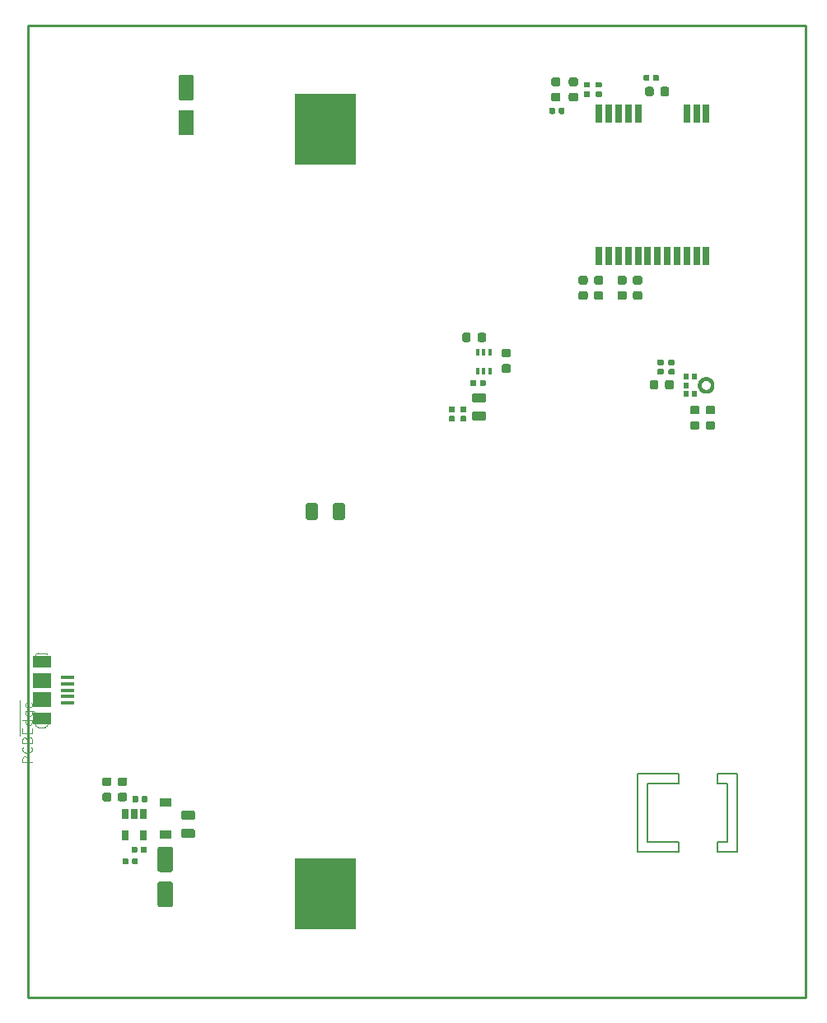
<source format=gbr>
G04 #@! TF.GenerationSoftware,KiCad,Pcbnew,5.1.5+dfsg1-2build2*
G04 #@! TF.CreationDate,2021-09-29T14:40:33+01:00*
G04 #@! TF.ProjectId,OSM_env01,4f534d5f-656e-4763-9031-2e6b69636164,B*
G04 #@! TF.SameCoordinates,Original*
G04 #@! TF.FileFunction,Paste,Top*
G04 #@! TF.FilePolarity,Positive*
%FSLAX46Y46*%
G04 Gerber Fmt 4.6, Leading zero omitted, Abs format (unit mm)*
G04 Created by KiCad (PCBNEW 5.1.5+dfsg1-2build2) date 2021-09-29 14:40:33*
%MOMM*%
%LPD*%
G04 APERTURE LIST*
%ADD10C,0.150000*%
%ADD11C,0.254000*%
%ADD12C,0.050000*%
%ADD13C,0.100000*%
%ADD14C,0.001000*%
%ADD15R,0.700000X1.900000*%
%ADD16R,1.350000X0.400000*%
%ADD17R,1.900000X1.500000*%
%ADD18R,1.900000X1.200000*%
%ADD19R,1.200000X0.900000*%
%ADD20R,0.400000X0.650000*%
%ADD21R,0.650000X1.060000*%
%ADD22R,6.350000X7.340000*%
G04 APERTURE END LIST*
D10*
X155600000Y-113200000D02*
X155600000Y-105200000D01*
X153600000Y-105200000D02*
X155600000Y-105200000D01*
X153600000Y-113200000D02*
X153600000Y-112200000D01*
X153600000Y-113200000D02*
X155600000Y-113200000D01*
X145400000Y-113200000D02*
X145400000Y-105200000D01*
X153600000Y-106200000D02*
X153600000Y-105200000D01*
X149600000Y-106200000D02*
X149600000Y-105200000D01*
X149600000Y-113200000D02*
X145400000Y-113200000D01*
X149600000Y-112200000D02*
X149600000Y-113200000D01*
X147400000Y-112200000D02*
X149600000Y-112200000D01*
X147400000Y-106200000D02*
X149600000Y-106200000D01*
X146400000Y-106200000D02*
X147400000Y-106200000D01*
X146400000Y-112200000D02*
X146400000Y-106200000D01*
X147400000Y-112200000D02*
X146400000Y-112200000D01*
X149600000Y-105200000D02*
X145400000Y-105200000D01*
X153600000Y-112200000D02*
X154600000Y-112200000D01*
X153600000Y-106200000D02*
X154600000Y-106200000D01*
X154600000Y-112200000D02*
X154600000Y-106200000D01*
D11*
X162700000Y-128200000D02*
X162700000Y-28200000D01*
X82700000Y-128200000D02*
X82700000Y-28200000D01*
X82700000Y-28200000D02*
X162700000Y-28200000D01*
X82700000Y-128200000D02*
X162700000Y-128200000D01*
D12*
X83149820Y-104005299D02*
X82149820Y-104005299D01*
X82149820Y-103624346D01*
X82197440Y-103529108D01*
X82245059Y-103481489D01*
X82340297Y-103433870D01*
X82483154Y-103433870D01*
X82578392Y-103481489D01*
X82626011Y-103529108D01*
X82673630Y-103624346D01*
X82673630Y-104005299D01*
X83054582Y-102433870D02*
X83102201Y-102481489D01*
X83149820Y-102624346D01*
X83149820Y-102719584D01*
X83102201Y-102862441D01*
X83006963Y-102957680D01*
X82911725Y-103005299D01*
X82721249Y-103052918D01*
X82578392Y-103052918D01*
X82387916Y-103005299D01*
X82292678Y-102957680D01*
X82197440Y-102862441D01*
X82149820Y-102719584D01*
X82149820Y-102624346D01*
X82197440Y-102481489D01*
X82245059Y-102433870D01*
X82626011Y-101671965D02*
X82673630Y-101529108D01*
X82721249Y-101481489D01*
X82816487Y-101433870D01*
X82959344Y-101433870D01*
X83054582Y-101481489D01*
X83102201Y-101529108D01*
X83149820Y-101624346D01*
X83149820Y-102005299D01*
X82149820Y-102005299D01*
X82149820Y-101671965D01*
X82197440Y-101576727D01*
X82245059Y-101529108D01*
X82340297Y-101481489D01*
X82435535Y-101481489D01*
X82530773Y-101529108D01*
X82578392Y-101576727D01*
X82626011Y-101671965D01*
X82626011Y-102005299D01*
X81912440Y-101243394D02*
X81912440Y-100338632D01*
X82626011Y-101005299D02*
X82626011Y-100671965D01*
X83149820Y-100529108D02*
X83149820Y-101005299D01*
X82149820Y-101005299D01*
X82149820Y-100529108D01*
X81912440Y-100338632D02*
X81912440Y-99433870D01*
X83149820Y-99671965D02*
X82149820Y-99671965D01*
X83102201Y-99671965D02*
X83149820Y-99767203D01*
X83149820Y-99957680D01*
X83102201Y-100052918D01*
X83054582Y-100100537D01*
X82959344Y-100148156D01*
X82673630Y-100148156D01*
X82578392Y-100100537D01*
X82530773Y-100052918D01*
X82483154Y-99957680D01*
X82483154Y-99767203D01*
X82530773Y-99671965D01*
X81912440Y-99433870D02*
X81912440Y-98529108D01*
X82483154Y-98767203D02*
X83292678Y-98767203D01*
X83387916Y-98814822D01*
X83435535Y-98862441D01*
X83483154Y-98957680D01*
X83483154Y-99100537D01*
X83435535Y-99195775D01*
X83102201Y-98767203D02*
X83149820Y-98862441D01*
X83149820Y-99052918D01*
X83102201Y-99148156D01*
X83054582Y-99195775D01*
X82959344Y-99243394D01*
X82673630Y-99243394D01*
X82578392Y-99195775D01*
X82530773Y-99148156D01*
X82483154Y-99052918D01*
X82483154Y-98862441D01*
X82530773Y-98767203D01*
X81912440Y-98529108D02*
X81912440Y-97671965D01*
X83102201Y-97910060D02*
X83149820Y-98005299D01*
X83149820Y-98195775D01*
X83102201Y-98291013D01*
X83006963Y-98338632D01*
X82626011Y-98338632D01*
X82530773Y-98291013D01*
X82483154Y-98195775D01*
X82483154Y-98005299D01*
X82530773Y-97910060D01*
X82626011Y-97862441D01*
X82721249Y-97862441D01*
X82816487Y-98338632D01*
D13*
X84500000Y-92800000D02*
G75*
G02X84500000Y-93400000I0J-300000D01*
G01*
X83800000Y-92800000D02*
X84500000Y-92800000D01*
X84500000Y-93400000D02*
X83800000Y-93400000D01*
X83800000Y-93400000D02*
G75*
G02X83800000Y-92800000I0J300000D01*
G01*
X84500000Y-99800000D02*
G75*
G02X84500000Y-100400000I0J-300000D01*
G01*
X83800000Y-99800000D02*
X84500000Y-99800000D01*
X84500000Y-100400000D02*
X83800000Y-100400000D01*
X83800000Y-100400000D02*
G75*
G02X83800000Y-99800000I0J300000D01*
G01*
D14*
G36*
X150128000Y-64050000D02*
G01*
X150550000Y-64050000D01*
X150550000Y-64550000D01*
X150128000Y-64550000D01*
X150128000Y-64050000D01*
G37*
X150128000Y-64050000D02*
X150550000Y-64050000D01*
X150550000Y-64550000D01*
X150128000Y-64550000D01*
X150128000Y-64050000D01*
G36*
X150950000Y-64050000D02*
G01*
X151372000Y-64050000D01*
X151372000Y-64550000D01*
X150950000Y-64550000D01*
X150950000Y-64050000D01*
G37*
X150950000Y-64050000D02*
X151372000Y-64050000D01*
X151372000Y-64550000D01*
X150950000Y-64550000D01*
X150950000Y-64050000D01*
G36*
X150128000Y-65850000D02*
G01*
X150550000Y-65850000D01*
X150550000Y-66350000D01*
X150128000Y-66350000D01*
X150128000Y-65850000D01*
G37*
X150128000Y-65850000D02*
X150550000Y-65850000D01*
X150550000Y-66350000D01*
X150128000Y-66350000D01*
X150128000Y-65850000D01*
G36*
X150950000Y-65850000D02*
G01*
X151372000Y-65850000D01*
X151372000Y-66350000D01*
X150950000Y-66350000D01*
X150950000Y-65850000D01*
G37*
X150950000Y-65850000D02*
X151372000Y-65850000D01*
X151372000Y-66350000D01*
X150950000Y-66350000D01*
X150950000Y-65850000D01*
G36*
X151903000Y-65150000D02*
G01*
X151905000Y-65129000D01*
X151909000Y-65105000D01*
X151914000Y-65082000D01*
X151920000Y-65059000D01*
X151927000Y-65037000D01*
X151935000Y-65014000D01*
X151944000Y-64992000D01*
X151954000Y-64971000D01*
X151965000Y-64950000D01*
X151977000Y-64930000D01*
X151990000Y-64910000D01*
X152003000Y-64890000D01*
X152018000Y-64872000D01*
X152034000Y-64854000D01*
X152050000Y-64837000D01*
X152067000Y-64821000D01*
X152085000Y-64805000D01*
X152103000Y-64790000D01*
X152123000Y-64777000D01*
X152143000Y-64764000D01*
X152163000Y-64752000D01*
X152184000Y-64741000D01*
X152205000Y-64731000D01*
X152227000Y-64722000D01*
X152250000Y-64714000D01*
X152272000Y-64707000D01*
X152295000Y-64701000D01*
X152318000Y-64696000D01*
X152342000Y-64692000D01*
X152363000Y-64690000D01*
X152363000Y-64390000D01*
X152324000Y-64393000D01*
X152286000Y-64398000D01*
X152247000Y-64405000D01*
X152209000Y-64413000D01*
X152171000Y-64424000D01*
X152133000Y-64436000D01*
X152097000Y-64451000D01*
X152061000Y-64467000D01*
X152026000Y-64484000D01*
X151992000Y-64504000D01*
X151959000Y-64525000D01*
X151926000Y-64547000D01*
X151895000Y-64572000D01*
X151866000Y-64597000D01*
X151837000Y-64624000D01*
X151810000Y-64653000D01*
X151785000Y-64682000D01*
X151760000Y-64713000D01*
X151738000Y-64746000D01*
X151717000Y-64779000D01*
X151697000Y-64813000D01*
X151680000Y-64848000D01*
X151664000Y-64884000D01*
X151649000Y-64920000D01*
X151637000Y-64958000D01*
X151626000Y-64996000D01*
X151618000Y-65034000D01*
X151611000Y-65073000D01*
X151606000Y-65111000D01*
X151603000Y-65150000D01*
X151903000Y-65150000D01*
G37*
X151903000Y-65150000D02*
X151905000Y-65129000D01*
X151909000Y-65105000D01*
X151914000Y-65082000D01*
X151920000Y-65059000D01*
X151927000Y-65037000D01*
X151935000Y-65014000D01*
X151944000Y-64992000D01*
X151954000Y-64971000D01*
X151965000Y-64950000D01*
X151977000Y-64930000D01*
X151990000Y-64910000D01*
X152003000Y-64890000D01*
X152018000Y-64872000D01*
X152034000Y-64854000D01*
X152050000Y-64837000D01*
X152067000Y-64821000D01*
X152085000Y-64805000D01*
X152103000Y-64790000D01*
X152123000Y-64777000D01*
X152143000Y-64764000D01*
X152163000Y-64752000D01*
X152184000Y-64741000D01*
X152205000Y-64731000D01*
X152227000Y-64722000D01*
X152250000Y-64714000D01*
X152272000Y-64707000D01*
X152295000Y-64701000D01*
X152318000Y-64696000D01*
X152342000Y-64692000D01*
X152363000Y-64690000D01*
X152363000Y-64390000D01*
X152324000Y-64393000D01*
X152286000Y-64398000D01*
X152247000Y-64405000D01*
X152209000Y-64413000D01*
X152171000Y-64424000D01*
X152133000Y-64436000D01*
X152097000Y-64451000D01*
X152061000Y-64467000D01*
X152026000Y-64484000D01*
X151992000Y-64504000D01*
X151959000Y-64525000D01*
X151926000Y-64547000D01*
X151895000Y-64572000D01*
X151866000Y-64597000D01*
X151837000Y-64624000D01*
X151810000Y-64653000D01*
X151785000Y-64682000D01*
X151760000Y-64713000D01*
X151738000Y-64746000D01*
X151717000Y-64779000D01*
X151697000Y-64813000D01*
X151680000Y-64848000D01*
X151664000Y-64884000D01*
X151649000Y-64920000D01*
X151637000Y-64958000D01*
X151626000Y-64996000D01*
X151618000Y-65034000D01*
X151611000Y-65073000D01*
X151606000Y-65111000D01*
X151603000Y-65150000D01*
X151903000Y-65150000D01*
G36*
X152363000Y-65710000D02*
G01*
X152342000Y-65708000D01*
X152318000Y-65704000D01*
X152295000Y-65699000D01*
X152272000Y-65693000D01*
X152250000Y-65686000D01*
X152227000Y-65678000D01*
X152205000Y-65669000D01*
X152184000Y-65659000D01*
X152163000Y-65648000D01*
X152143000Y-65636000D01*
X152123000Y-65623000D01*
X152103000Y-65610000D01*
X152085000Y-65595000D01*
X152067000Y-65579000D01*
X152050000Y-65563000D01*
X152034000Y-65546000D01*
X152018000Y-65528000D01*
X152003000Y-65510000D01*
X151990000Y-65490000D01*
X151977000Y-65470000D01*
X151965000Y-65450000D01*
X151954000Y-65429000D01*
X151944000Y-65408000D01*
X151935000Y-65386000D01*
X151927000Y-65363000D01*
X151920000Y-65341000D01*
X151914000Y-65318000D01*
X151909000Y-65295000D01*
X151905000Y-65271000D01*
X151903000Y-65250000D01*
X151603000Y-65250000D01*
X151606000Y-65289000D01*
X151611000Y-65327000D01*
X151618000Y-65366000D01*
X151626000Y-65404000D01*
X151637000Y-65442000D01*
X151649000Y-65480000D01*
X151664000Y-65516000D01*
X151680000Y-65552000D01*
X151697000Y-65587000D01*
X151717000Y-65621000D01*
X151738000Y-65654000D01*
X151760000Y-65687000D01*
X151785000Y-65718000D01*
X151810000Y-65747000D01*
X151837000Y-65776000D01*
X151866000Y-65803000D01*
X151895000Y-65828000D01*
X151926000Y-65853000D01*
X151959000Y-65875000D01*
X151992000Y-65896000D01*
X152026000Y-65916000D01*
X152061000Y-65933000D01*
X152097000Y-65949000D01*
X152133000Y-65964000D01*
X152171000Y-65976000D01*
X152209000Y-65987000D01*
X152247000Y-65995000D01*
X152286000Y-66002000D01*
X152324000Y-66007000D01*
X152363000Y-66010000D01*
X152363000Y-65710000D01*
G37*
X152363000Y-65710000D02*
X152342000Y-65708000D01*
X152318000Y-65704000D01*
X152295000Y-65699000D01*
X152272000Y-65693000D01*
X152250000Y-65686000D01*
X152227000Y-65678000D01*
X152205000Y-65669000D01*
X152184000Y-65659000D01*
X152163000Y-65648000D01*
X152143000Y-65636000D01*
X152123000Y-65623000D01*
X152103000Y-65610000D01*
X152085000Y-65595000D01*
X152067000Y-65579000D01*
X152050000Y-65563000D01*
X152034000Y-65546000D01*
X152018000Y-65528000D01*
X152003000Y-65510000D01*
X151990000Y-65490000D01*
X151977000Y-65470000D01*
X151965000Y-65450000D01*
X151954000Y-65429000D01*
X151944000Y-65408000D01*
X151935000Y-65386000D01*
X151927000Y-65363000D01*
X151920000Y-65341000D01*
X151914000Y-65318000D01*
X151909000Y-65295000D01*
X151905000Y-65271000D01*
X151903000Y-65250000D01*
X151603000Y-65250000D01*
X151606000Y-65289000D01*
X151611000Y-65327000D01*
X151618000Y-65366000D01*
X151626000Y-65404000D01*
X151637000Y-65442000D01*
X151649000Y-65480000D01*
X151664000Y-65516000D01*
X151680000Y-65552000D01*
X151697000Y-65587000D01*
X151717000Y-65621000D01*
X151738000Y-65654000D01*
X151760000Y-65687000D01*
X151785000Y-65718000D01*
X151810000Y-65747000D01*
X151837000Y-65776000D01*
X151866000Y-65803000D01*
X151895000Y-65828000D01*
X151926000Y-65853000D01*
X151959000Y-65875000D01*
X151992000Y-65896000D01*
X152026000Y-65916000D01*
X152061000Y-65933000D01*
X152097000Y-65949000D01*
X152133000Y-65964000D01*
X152171000Y-65976000D01*
X152209000Y-65987000D01*
X152247000Y-65995000D01*
X152286000Y-66002000D01*
X152324000Y-66007000D01*
X152363000Y-66010000D01*
X152363000Y-65710000D01*
G36*
X152923000Y-65250000D02*
G01*
X152921000Y-65271000D01*
X152917000Y-65295000D01*
X152912000Y-65318000D01*
X152906000Y-65341000D01*
X152899000Y-65363000D01*
X152891000Y-65386000D01*
X152882000Y-65408000D01*
X152872000Y-65429000D01*
X152861000Y-65450000D01*
X152849000Y-65470000D01*
X152836000Y-65490000D01*
X152823000Y-65510000D01*
X152808000Y-65528000D01*
X152792000Y-65546000D01*
X152776000Y-65563000D01*
X152759000Y-65579000D01*
X152741000Y-65595000D01*
X152723000Y-65610000D01*
X152703000Y-65623000D01*
X152683000Y-65636000D01*
X152663000Y-65648000D01*
X152642000Y-65659000D01*
X152621000Y-65669000D01*
X152599000Y-65678000D01*
X152576000Y-65686000D01*
X152554000Y-65693000D01*
X152531000Y-65699000D01*
X152508000Y-65704000D01*
X152484000Y-65708000D01*
X152463000Y-65710000D01*
X152463000Y-66010000D01*
X152502000Y-66007000D01*
X152540000Y-66002000D01*
X152579000Y-65995000D01*
X152617000Y-65987000D01*
X152655000Y-65976000D01*
X152693000Y-65964000D01*
X152729000Y-65949000D01*
X152765000Y-65933000D01*
X152800000Y-65916000D01*
X152834000Y-65896000D01*
X152867000Y-65875000D01*
X152900000Y-65853000D01*
X152931000Y-65828000D01*
X152960000Y-65803000D01*
X152989000Y-65776000D01*
X153016000Y-65747000D01*
X153041000Y-65718000D01*
X153066000Y-65687000D01*
X153088000Y-65654000D01*
X153109000Y-65621000D01*
X153129000Y-65587000D01*
X153146000Y-65552000D01*
X153162000Y-65516000D01*
X153177000Y-65480000D01*
X153189000Y-65442000D01*
X153200000Y-65404000D01*
X153208000Y-65366000D01*
X153215000Y-65327000D01*
X153220000Y-65289000D01*
X153223000Y-65250000D01*
X152923000Y-65250000D01*
G37*
X152923000Y-65250000D02*
X152921000Y-65271000D01*
X152917000Y-65295000D01*
X152912000Y-65318000D01*
X152906000Y-65341000D01*
X152899000Y-65363000D01*
X152891000Y-65386000D01*
X152882000Y-65408000D01*
X152872000Y-65429000D01*
X152861000Y-65450000D01*
X152849000Y-65470000D01*
X152836000Y-65490000D01*
X152823000Y-65510000D01*
X152808000Y-65528000D01*
X152792000Y-65546000D01*
X152776000Y-65563000D01*
X152759000Y-65579000D01*
X152741000Y-65595000D01*
X152723000Y-65610000D01*
X152703000Y-65623000D01*
X152683000Y-65636000D01*
X152663000Y-65648000D01*
X152642000Y-65659000D01*
X152621000Y-65669000D01*
X152599000Y-65678000D01*
X152576000Y-65686000D01*
X152554000Y-65693000D01*
X152531000Y-65699000D01*
X152508000Y-65704000D01*
X152484000Y-65708000D01*
X152463000Y-65710000D01*
X152463000Y-66010000D01*
X152502000Y-66007000D01*
X152540000Y-66002000D01*
X152579000Y-65995000D01*
X152617000Y-65987000D01*
X152655000Y-65976000D01*
X152693000Y-65964000D01*
X152729000Y-65949000D01*
X152765000Y-65933000D01*
X152800000Y-65916000D01*
X152834000Y-65896000D01*
X152867000Y-65875000D01*
X152900000Y-65853000D01*
X152931000Y-65828000D01*
X152960000Y-65803000D01*
X152989000Y-65776000D01*
X153016000Y-65747000D01*
X153041000Y-65718000D01*
X153066000Y-65687000D01*
X153088000Y-65654000D01*
X153109000Y-65621000D01*
X153129000Y-65587000D01*
X153146000Y-65552000D01*
X153162000Y-65516000D01*
X153177000Y-65480000D01*
X153189000Y-65442000D01*
X153200000Y-65404000D01*
X153208000Y-65366000D01*
X153215000Y-65327000D01*
X153220000Y-65289000D01*
X153223000Y-65250000D01*
X152923000Y-65250000D01*
G36*
X152463000Y-64690000D02*
G01*
X152484000Y-64692000D01*
X152508000Y-64696000D01*
X152531000Y-64701000D01*
X152554000Y-64707000D01*
X152576000Y-64714000D01*
X152599000Y-64722000D01*
X152621000Y-64731000D01*
X152642000Y-64741000D01*
X152663000Y-64752000D01*
X152683000Y-64764000D01*
X152703000Y-64777000D01*
X152723000Y-64790000D01*
X152741000Y-64805000D01*
X152759000Y-64821000D01*
X152776000Y-64837000D01*
X152792000Y-64854000D01*
X152808000Y-64872000D01*
X152823000Y-64890000D01*
X152836000Y-64910000D01*
X152849000Y-64930000D01*
X152861000Y-64950000D01*
X152872000Y-64971000D01*
X152882000Y-64992000D01*
X152891000Y-65014000D01*
X152899000Y-65037000D01*
X152906000Y-65059000D01*
X152912000Y-65082000D01*
X152917000Y-65105000D01*
X152921000Y-65129000D01*
X152923000Y-65150000D01*
X153223000Y-65150000D01*
X153220000Y-65111000D01*
X153215000Y-65073000D01*
X153208000Y-65034000D01*
X153200000Y-64996000D01*
X153189000Y-64958000D01*
X153177000Y-64920000D01*
X153162000Y-64884000D01*
X153146000Y-64848000D01*
X153129000Y-64813000D01*
X153109000Y-64779000D01*
X153088000Y-64746000D01*
X153066000Y-64713000D01*
X153041000Y-64682000D01*
X153016000Y-64653000D01*
X152989000Y-64624000D01*
X152960000Y-64597000D01*
X152931000Y-64572000D01*
X152900000Y-64547000D01*
X152867000Y-64525000D01*
X152834000Y-64504000D01*
X152800000Y-64484000D01*
X152765000Y-64467000D01*
X152729000Y-64451000D01*
X152693000Y-64436000D01*
X152655000Y-64424000D01*
X152617000Y-64413000D01*
X152579000Y-64405000D01*
X152540000Y-64398000D01*
X152502000Y-64393000D01*
X152463000Y-64390000D01*
X152463000Y-64690000D01*
G37*
X152463000Y-64690000D02*
X152484000Y-64692000D01*
X152508000Y-64696000D01*
X152531000Y-64701000D01*
X152554000Y-64707000D01*
X152576000Y-64714000D01*
X152599000Y-64722000D01*
X152621000Y-64731000D01*
X152642000Y-64741000D01*
X152663000Y-64752000D01*
X152683000Y-64764000D01*
X152703000Y-64777000D01*
X152723000Y-64790000D01*
X152741000Y-64805000D01*
X152759000Y-64821000D01*
X152776000Y-64837000D01*
X152792000Y-64854000D01*
X152808000Y-64872000D01*
X152823000Y-64890000D01*
X152836000Y-64910000D01*
X152849000Y-64930000D01*
X152861000Y-64950000D01*
X152872000Y-64971000D01*
X152882000Y-64992000D01*
X152891000Y-65014000D01*
X152899000Y-65037000D01*
X152906000Y-65059000D01*
X152912000Y-65082000D01*
X152917000Y-65105000D01*
X152921000Y-65129000D01*
X152923000Y-65150000D01*
X153223000Y-65150000D01*
X153220000Y-65111000D01*
X153215000Y-65073000D01*
X153208000Y-65034000D01*
X153200000Y-64996000D01*
X153189000Y-64958000D01*
X153177000Y-64920000D01*
X153162000Y-64884000D01*
X153146000Y-64848000D01*
X153129000Y-64813000D01*
X153109000Y-64779000D01*
X153088000Y-64746000D01*
X153066000Y-64713000D01*
X153041000Y-64682000D01*
X153016000Y-64653000D01*
X152989000Y-64624000D01*
X152960000Y-64597000D01*
X152931000Y-64572000D01*
X152900000Y-64547000D01*
X152867000Y-64525000D01*
X152834000Y-64504000D01*
X152800000Y-64484000D01*
X152765000Y-64467000D01*
X152729000Y-64451000D01*
X152693000Y-64436000D01*
X152655000Y-64424000D01*
X152617000Y-64413000D01*
X152579000Y-64405000D01*
X152540000Y-64398000D01*
X152502000Y-64393000D01*
X152463000Y-64390000D01*
X152463000Y-64690000D01*
G36*
X150128000Y-64950000D02*
G01*
X150550000Y-64950000D01*
X150550000Y-65450000D01*
X150128000Y-65450000D01*
X150128000Y-64950000D01*
G37*
X150128000Y-64950000D02*
X150550000Y-64950000D01*
X150550000Y-65450000D01*
X150128000Y-65450000D01*
X150128000Y-64950000D01*
D15*
X141450000Y-51950000D03*
X145450000Y-51950000D03*
X144450000Y-51950000D03*
X146450000Y-51950000D03*
X142450000Y-51950000D03*
X143450000Y-51950000D03*
X150450000Y-51950000D03*
X148450000Y-51950000D03*
X149450000Y-51950000D03*
X151450000Y-51950000D03*
X147450000Y-51950000D03*
X152450000Y-51950000D03*
X141450000Y-37250000D03*
X143450000Y-37250000D03*
X144450000Y-37250000D03*
X142450000Y-37250000D03*
X145450000Y-37250000D03*
X150450000Y-37250000D03*
X151450000Y-37250000D03*
X152450000Y-37250000D03*
D13*
G36*
X146852691Y-34526053D02*
G01*
X146873926Y-34529203D01*
X146894750Y-34534419D01*
X146914962Y-34541651D01*
X146934368Y-34550830D01*
X146952781Y-34561866D01*
X146970024Y-34574654D01*
X146985930Y-34589070D01*
X147000346Y-34604976D01*
X147013134Y-34622219D01*
X147024170Y-34640632D01*
X147033349Y-34660038D01*
X147040581Y-34680250D01*
X147045797Y-34701074D01*
X147048947Y-34722309D01*
X147050000Y-34743750D01*
X147050000Y-35256250D01*
X147048947Y-35277691D01*
X147045797Y-35298926D01*
X147040581Y-35319750D01*
X147033349Y-35339962D01*
X147024170Y-35359368D01*
X147013134Y-35377781D01*
X147000346Y-35395024D01*
X146985930Y-35410930D01*
X146970024Y-35425346D01*
X146952781Y-35438134D01*
X146934368Y-35449170D01*
X146914962Y-35458349D01*
X146894750Y-35465581D01*
X146873926Y-35470797D01*
X146852691Y-35473947D01*
X146831250Y-35475000D01*
X146393750Y-35475000D01*
X146372309Y-35473947D01*
X146351074Y-35470797D01*
X146330250Y-35465581D01*
X146310038Y-35458349D01*
X146290632Y-35449170D01*
X146272219Y-35438134D01*
X146254976Y-35425346D01*
X146239070Y-35410930D01*
X146224654Y-35395024D01*
X146211866Y-35377781D01*
X146200830Y-35359368D01*
X146191651Y-35339962D01*
X146184419Y-35319750D01*
X146179203Y-35298926D01*
X146176053Y-35277691D01*
X146175000Y-35256250D01*
X146175000Y-34743750D01*
X146176053Y-34722309D01*
X146179203Y-34701074D01*
X146184419Y-34680250D01*
X146191651Y-34660038D01*
X146200830Y-34640632D01*
X146211866Y-34622219D01*
X146224654Y-34604976D01*
X146239070Y-34589070D01*
X146254976Y-34574654D01*
X146272219Y-34561866D01*
X146290632Y-34550830D01*
X146310038Y-34541651D01*
X146330250Y-34534419D01*
X146351074Y-34529203D01*
X146372309Y-34526053D01*
X146393750Y-34525000D01*
X146831250Y-34525000D01*
X146852691Y-34526053D01*
G37*
G36*
X148427691Y-34526053D02*
G01*
X148448926Y-34529203D01*
X148469750Y-34534419D01*
X148489962Y-34541651D01*
X148509368Y-34550830D01*
X148527781Y-34561866D01*
X148545024Y-34574654D01*
X148560930Y-34589070D01*
X148575346Y-34604976D01*
X148588134Y-34622219D01*
X148599170Y-34640632D01*
X148608349Y-34660038D01*
X148615581Y-34680250D01*
X148620797Y-34701074D01*
X148623947Y-34722309D01*
X148625000Y-34743750D01*
X148625000Y-35256250D01*
X148623947Y-35277691D01*
X148620797Y-35298926D01*
X148615581Y-35319750D01*
X148608349Y-35339962D01*
X148599170Y-35359368D01*
X148588134Y-35377781D01*
X148575346Y-35395024D01*
X148560930Y-35410930D01*
X148545024Y-35425346D01*
X148527781Y-35438134D01*
X148509368Y-35449170D01*
X148489962Y-35458349D01*
X148469750Y-35465581D01*
X148448926Y-35470797D01*
X148427691Y-35473947D01*
X148406250Y-35475000D01*
X147968750Y-35475000D01*
X147947309Y-35473947D01*
X147926074Y-35470797D01*
X147905250Y-35465581D01*
X147885038Y-35458349D01*
X147865632Y-35449170D01*
X147847219Y-35438134D01*
X147829976Y-35425346D01*
X147814070Y-35410930D01*
X147799654Y-35395024D01*
X147786866Y-35377781D01*
X147775830Y-35359368D01*
X147766651Y-35339962D01*
X147759419Y-35319750D01*
X147754203Y-35298926D01*
X147751053Y-35277691D01*
X147750000Y-35256250D01*
X147750000Y-34743750D01*
X147751053Y-34722309D01*
X147754203Y-34701074D01*
X147759419Y-34680250D01*
X147766651Y-34660038D01*
X147775830Y-34640632D01*
X147786866Y-34622219D01*
X147799654Y-34604976D01*
X147814070Y-34589070D01*
X147829976Y-34574654D01*
X147847219Y-34561866D01*
X147865632Y-34550830D01*
X147885038Y-34541651D01*
X147905250Y-34534419D01*
X147926074Y-34529203D01*
X147947309Y-34526053D01*
X147968750Y-34525000D01*
X148406250Y-34525000D01*
X148427691Y-34526053D01*
G37*
G36*
X141586958Y-34020710D02*
G01*
X141601276Y-34022834D01*
X141615317Y-34026351D01*
X141628946Y-34031228D01*
X141642031Y-34037417D01*
X141654447Y-34044858D01*
X141666073Y-34053481D01*
X141676798Y-34063202D01*
X141686519Y-34073927D01*
X141695142Y-34085553D01*
X141702583Y-34097969D01*
X141708772Y-34111054D01*
X141713649Y-34124683D01*
X141717166Y-34138724D01*
X141719290Y-34153042D01*
X141720000Y-34167500D01*
X141720000Y-34462500D01*
X141719290Y-34476958D01*
X141717166Y-34491276D01*
X141713649Y-34505317D01*
X141708772Y-34518946D01*
X141702583Y-34532031D01*
X141695142Y-34544447D01*
X141686519Y-34556073D01*
X141676798Y-34566798D01*
X141666073Y-34576519D01*
X141654447Y-34585142D01*
X141642031Y-34592583D01*
X141628946Y-34598772D01*
X141615317Y-34603649D01*
X141601276Y-34607166D01*
X141586958Y-34609290D01*
X141572500Y-34610000D01*
X141227500Y-34610000D01*
X141213042Y-34609290D01*
X141198724Y-34607166D01*
X141184683Y-34603649D01*
X141171054Y-34598772D01*
X141157969Y-34592583D01*
X141145553Y-34585142D01*
X141133927Y-34576519D01*
X141123202Y-34566798D01*
X141113481Y-34556073D01*
X141104858Y-34544447D01*
X141097417Y-34532031D01*
X141091228Y-34518946D01*
X141086351Y-34505317D01*
X141082834Y-34491276D01*
X141080710Y-34476958D01*
X141080000Y-34462500D01*
X141080000Y-34167500D01*
X141080710Y-34153042D01*
X141082834Y-34138724D01*
X141086351Y-34124683D01*
X141091228Y-34111054D01*
X141097417Y-34097969D01*
X141104858Y-34085553D01*
X141113481Y-34073927D01*
X141123202Y-34063202D01*
X141133927Y-34053481D01*
X141145553Y-34044858D01*
X141157969Y-34037417D01*
X141171054Y-34031228D01*
X141184683Y-34026351D01*
X141198724Y-34022834D01*
X141213042Y-34020710D01*
X141227500Y-34020000D01*
X141572500Y-34020000D01*
X141586958Y-34020710D01*
G37*
G36*
X141586958Y-34990710D02*
G01*
X141601276Y-34992834D01*
X141615317Y-34996351D01*
X141628946Y-35001228D01*
X141642031Y-35007417D01*
X141654447Y-35014858D01*
X141666073Y-35023481D01*
X141676798Y-35033202D01*
X141686519Y-35043927D01*
X141695142Y-35055553D01*
X141702583Y-35067969D01*
X141708772Y-35081054D01*
X141713649Y-35094683D01*
X141717166Y-35108724D01*
X141719290Y-35123042D01*
X141720000Y-35137500D01*
X141720000Y-35432500D01*
X141719290Y-35446958D01*
X141717166Y-35461276D01*
X141713649Y-35475317D01*
X141708772Y-35488946D01*
X141702583Y-35502031D01*
X141695142Y-35514447D01*
X141686519Y-35526073D01*
X141676798Y-35536798D01*
X141666073Y-35546519D01*
X141654447Y-35555142D01*
X141642031Y-35562583D01*
X141628946Y-35568772D01*
X141615317Y-35573649D01*
X141601276Y-35577166D01*
X141586958Y-35579290D01*
X141572500Y-35580000D01*
X141227500Y-35580000D01*
X141213042Y-35579290D01*
X141198724Y-35577166D01*
X141184683Y-35573649D01*
X141171054Y-35568772D01*
X141157969Y-35562583D01*
X141145553Y-35555142D01*
X141133927Y-35546519D01*
X141123202Y-35536798D01*
X141113481Y-35526073D01*
X141104858Y-35514447D01*
X141097417Y-35502031D01*
X141091228Y-35488946D01*
X141086351Y-35475317D01*
X141082834Y-35461276D01*
X141080710Y-35446958D01*
X141080000Y-35432500D01*
X141080000Y-35137500D01*
X141080710Y-35123042D01*
X141082834Y-35108724D01*
X141086351Y-35094683D01*
X141091228Y-35081054D01*
X141097417Y-35067969D01*
X141104858Y-35055553D01*
X141113481Y-35043927D01*
X141123202Y-35033202D01*
X141133927Y-35023481D01*
X141145553Y-35014858D01*
X141157969Y-35007417D01*
X141171054Y-35001228D01*
X141184683Y-34996351D01*
X141198724Y-34992834D01*
X141213042Y-34990710D01*
X141227500Y-34990000D01*
X141572500Y-34990000D01*
X141586958Y-34990710D01*
G37*
G36*
X140386958Y-34020710D02*
G01*
X140401276Y-34022834D01*
X140415317Y-34026351D01*
X140428946Y-34031228D01*
X140442031Y-34037417D01*
X140454447Y-34044858D01*
X140466073Y-34053481D01*
X140476798Y-34063202D01*
X140486519Y-34073927D01*
X140495142Y-34085553D01*
X140502583Y-34097969D01*
X140508772Y-34111054D01*
X140513649Y-34124683D01*
X140517166Y-34138724D01*
X140519290Y-34153042D01*
X140520000Y-34167500D01*
X140520000Y-34462500D01*
X140519290Y-34476958D01*
X140517166Y-34491276D01*
X140513649Y-34505317D01*
X140508772Y-34518946D01*
X140502583Y-34532031D01*
X140495142Y-34544447D01*
X140486519Y-34556073D01*
X140476798Y-34566798D01*
X140466073Y-34576519D01*
X140454447Y-34585142D01*
X140442031Y-34592583D01*
X140428946Y-34598772D01*
X140415317Y-34603649D01*
X140401276Y-34607166D01*
X140386958Y-34609290D01*
X140372500Y-34610000D01*
X140027500Y-34610000D01*
X140013042Y-34609290D01*
X139998724Y-34607166D01*
X139984683Y-34603649D01*
X139971054Y-34598772D01*
X139957969Y-34592583D01*
X139945553Y-34585142D01*
X139933927Y-34576519D01*
X139923202Y-34566798D01*
X139913481Y-34556073D01*
X139904858Y-34544447D01*
X139897417Y-34532031D01*
X139891228Y-34518946D01*
X139886351Y-34505317D01*
X139882834Y-34491276D01*
X139880710Y-34476958D01*
X139880000Y-34462500D01*
X139880000Y-34167500D01*
X139880710Y-34153042D01*
X139882834Y-34138724D01*
X139886351Y-34124683D01*
X139891228Y-34111054D01*
X139897417Y-34097969D01*
X139904858Y-34085553D01*
X139913481Y-34073927D01*
X139923202Y-34063202D01*
X139933927Y-34053481D01*
X139945553Y-34044858D01*
X139957969Y-34037417D01*
X139971054Y-34031228D01*
X139984683Y-34026351D01*
X139998724Y-34022834D01*
X140013042Y-34020710D01*
X140027500Y-34020000D01*
X140372500Y-34020000D01*
X140386958Y-34020710D01*
G37*
G36*
X140386958Y-34990710D02*
G01*
X140401276Y-34992834D01*
X140415317Y-34996351D01*
X140428946Y-35001228D01*
X140442031Y-35007417D01*
X140454447Y-35014858D01*
X140466073Y-35023481D01*
X140476798Y-35033202D01*
X140486519Y-35043927D01*
X140495142Y-35055553D01*
X140502583Y-35067969D01*
X140508772Y-35081054D01*
X140513649Y-35094683D01*
X140517166Y-35108724D01*
X140519290Y-35123042D01*
X140520000Y-35137500D01*
X140520000Y-35432500D01*
X140519290Y-35446958D01*
X140517166Y-35461276D01*
X140513649Y-35475317D01*
X140508772Y-35488946D01*
X140502583Y-35502031D01*
X140495142Y-35514447D01*
X140486519Y-35526073D01*
X140476798Y-35536798D01*
X140466073Y-35546519D01*
X140454447Y-35555142D01*
X140442031Y-35562583D01*
X140428946Y-35568772D01*
X140415317Y-35573649D01*
X140401276Y-35577166D01*
X140386958Y-35579290D01*
X140372500Y-35580000D01*
X140027500Y-35580000D01*
X140013042Y-35579290D01*
X139998724Y-35577166D01*
X139984683Y-35573649D01*
X139971054Y-35568772D01*
X139957969Y-35562583D01*
X139945553Y-35555142D01*
X139933927Y-35546519D01*
X139923202Y-35536798D01*
X139913481Y-35526073D01*
X139904858Y-35514447D01*
X139897417Y-35502031D01*
X139891228Y-35488946D01*
X139886351Y-35475317D01*
X139882834Y-35461276D01*
X139880710Y-35446958D01*
X139880000Y-35432500D01*
X139880000Y-35137500D01*
X139880710Y-35123042D01*
X139882834Y-35108724D01*
X139886351Y-35094683D01*
X139891228Y-35081054D01*
X139897417Y-35067969D01*
X139904858Y-35055553D01*
X139913481Y-35043927D01*
X139923202Y-35033202D01*
X139933927Y-35023481D01*
X139945553Y-35014858D01*
X139957969Y-35007417D01*
X139971054Y-35001228D01*
X139984683Y-34996351D01*
X139998724Y-34992834D01*
X140013042Y-34990710D01*
X140027500Y-34990000D01*
X140372500Y-34990000D01*
X140386958Y-34990710D01*
G37*
G36*
X149066958Y-63560710D02*
G01*
X149081276Y-63562834D01*
X149095317Y-63566351D01*
X149108946Y-63571228D01*
X149122031Y-63577417D01*
X149134447Y-63584858D01*
X149146073Y-63593481D01*
X149156798Y-63603202D01*
X149166519Y-63613927D01*
X149175142Y-63625553D01*
X149182583Y-63637969D01*
X149188772Y-63651054D01*
X149193649Y-63664683D01*
X149197166Y-63678724D01*
X149199290Y-63693042D01*
X149200000Y-63707500D01*
X149200000Y-64002500D01*
X149199290Y-64016958D01*
X149197166Y-64031276D01*
X149193649Y-64045317D01*
X149188772Y-64058946D01*
X149182583Y-64072031D01*
X149175142Y-64084447D01*
X149166519Y-64096073D01*
X149156798Y-64106798D01*
X149146073Y-64116519D01*
X149134447Y-64125142D01*
X149122031Y-64132583D01*
X149108946Y-64138772D01*
X149095317Y-64143649D01*
X149081276Y-64147166D01*
X149066958Y-64149290D01*
X149052500Y-64150000D01*
X148707500Y-64150000D01*
X148693042Y-64149290D01*
X148678724Y-64147166D01*
X148664683Y-64143649D01*
X148651054Y-64138772D01*
X148637969Y-64132583D01*
X148625553Y-64125142D01*
X148613927Y-64116519D01*
X148603202Y-64106798D01*
X148593481Y-64096073D01*
X148584858Y-64084447D01*
X148577417Y-64072031D01*
X148571228Y-64058946D01*
X148566351Y-64045317D01*
X148562834Y-64031276D01*
X148560710Y-64016958D01*
X148560000Y-64002500D01*
X148560000Y-63707500D01*
X148560710Y-63693042D01*
X148562834Y-63678724D01*
X148566351Y-63664683D01*
X148571228Y-63651054D01*
X148577417Y-63637969D01*
X148584858Y-63625553D01*
X148593481Y-63613927D01*
X148603202Y-63603202D01*
X148613927Y-63593481D01*
X148625553Y-63584858D01*
X148637969Y-63577417D01*
X148651054Y-63571228D01*
X148664683Y-63566351D01*
X148678724Y-63562834D01*
X148693042Y-63560710D01*
X148707500Y-63560000D01*
X149052500Y-63560000D01*
X149066958Y-63560710D01*
G37*
G36*
X149066958Y-62590710D02*
G01*
X149081276Y-62592834D01*
X149095317Y-62596351D01*
X149108946Y-62601228D01*
X149122031Y-62607417D01*
X149134447Y-62614858D01*
X149146073Y-62623481D01*
X149156798Y-62633202D01*
X149166519Y-62643927D01*
X149175142Y-62655553D01*
X149182583Y-62667969D01*
X149188772Y-62681054D01*
X149193649Y-62694683D01*
X149197166Y-62708724D01*
X149199290Y-62723042D01*
X149200000Y-62737500D01*
X149200000Y-63032500D01*
X149199290Y-63046958D01*
X149197166Y-63061276D01*
X149193649Y-63075317D01*
X149188772Y-63088946D01*
X149182583Y-63102031D01*
X149175142Y-63114447D01*
X149166519Y-63126073D01*
X149156798Y-63136798D01*
X149146073Y-63146519D01*
X149134447Y-63155142D01*
X149122031Y-63162583D01*
X149108946Y-63168772D01*
X149095317Y-63173649D01*
X149081276Y-63177166D01*
X149066958Y-63179290D01*
X149052500Y-63180000D01*
X148707500Y-63180000D01*
X148693042Y-63179290D01*
X148678724Y-63177166D01*
X148664683Y-63173649D01*
X148651054Y-63168772D01*
X148637969Y-63162583D01*
X148625553Y-63155142D01*
X148613927Y-63146519D01*
X148603202Y-63136798D01*
X148593481Y-63126073D01*
X148584858Y-63114447D01*
X148577417Y-63102031D01*
X148571228Y-63088946D01*
X148566351Y-63075317D01*
X148562834Y-63061276D01*
X148560710Y-63046958D01*
X148560000Y-63032500D01*
X148560000Y-62737500D01*
X148560710Y-62723042D01*
X148562834Y-62708724D01*
X148566351Y-62694683D01*
X148571228Y-62681054D01*
X148577417Y-62667969D01*
X148584858Y-62655553D01*
X148593481Y-62643927D01*
X148603202Y-62633202D01*
X148613927Y-62623481D01*
X148625553Y-62614858D01*
X148637969Y-62607417D01*
X148651054Y-62601228D01*
X148664683Y-62596351D01*
X148678724Y-62592834D01*
X148693042Y-62590710D01*
X148707500Y-62590000D01*
X149052500Y-62590000D01*
X149066958Y-62590710D01*
G37*
G36*
X99574504Y-33301204D02*
G01*
X99598773Y-33304804D01*
X99622571Y-33310765D01*
X99645671Y-33319030D01*
X99667849Y-33329520D01*
X99688893Y-33342133D01*
X99708598Y-33356747D01*
X99726777Y-33373223D01*
X99743253Y-33391402D01*
X99757867Y-33411107D01*
X99770480Y-33432151D01*
X99780970Y-33454329D01*
X99789235Y-33477429D01*
X99795196Y-33501227D01*
X99798796Y-33525496D01*
X99800000Y-33550000D01*
X99800000Y-35650000D01*
X99798796Y-35674504D01*
X99795196Y-35698773D01*
X99789235Y-35722571D01*
X99780970Y-35745671D01*
X99770480Y-35767849D01*
X99757867Y-35788893D01*
X99743253Y-35808598D01*
X99726777Y-35826777D01*
X99708598Y-35843253D01*
X99688893Y-35857867D01*
X99667849Y-35870480D01*
X99645671Y-35880970D01*
X99622571Y-35889235D01*
X99598773Y-35895196D01*
X99574504Y-35898796D01*
X99550000Y-35900000D01*
X98450000Y-35900000D01*
X98425496Y-35898796D01*
X98401227Y-35895196D01*
X98377429Y-35889235D01*
X98354329Y-35880970D01*
X98332151Y-35870480D01*
X98311107Y-35857867D01*
X98291402Y-35843253D01*
X98273223Y-35826777D01*
X98256747Y-35808598D01*
X98242133Y-35788893D01*
X98229520Y-35767849D01*
X98219030Y-35745671D01*
X98210765Y-35722571D01*
X98204804Y-35698773D01*
X98201204Y-35674504D01*
X98200000Y-35650000D01*
X98200000Y-33550000D01*
X98201204Y-33525496D01*
X98204804Y-33501227D01*
X98210765Y-33477429D01*
X98219030Y-33454329D01*
X98229520Y-33432151D01*
X98242133Y-33411107D01*
X98256747Y-33391402D01*
X98273223Y-33373223D01*
X98291402Y-33356747D01*
X98311107Y-33342133D01*
X98332151Y-33329520D01*
X98354329Y-33319030D01*
X98377429Y-33310765D01*
X98401227Y-33304804D01*
X98425496Y-33301204D01*
X98450000Y-33300000D01*
X99550000Y-33300000D01*
X99574504Y-33301204D01*
G37*
G36*
X99574504Y-36901204D02*
G01*
X99598773Y-36904804D01*
X99622571Y-36910765D01*
X99645671Y-36919030D01*
X99667849Y-36929520D01*
X99688893Y-36942133D01*
X99708598Y-36956747D01*
X99726777Y-36973223D01*
X99743253Y-36991402D01*
X99757867Y-37011107D01*
X99770480Y-37032151D01*
X99780970Y-37054329D01*
X99789235Y-37077429D01*
X99795196Y-37101227D01*
X99798796Y-37125496D01*
X99800000Y-37150000D01*
X99800000Y-39250000D01*
X99798796Y-39274504D01*
X99795196Y-39298773D01*
X99789235Y-39322571D01*
X99780970Y-39345671D01*
X99770480Y-39367849D01*
X99757867Y-39388893D01*
X99743253Y-39408598D01*
X99726777Y-39426777D01*
X99708598Y-39443253D01*
X99688893Y-39457867D01*
X99667849Y-39470480D01*
X99645671Y-39480970D01*
X99622571Y-39489235D01*
X99598773Y-39495196D01*
X99574504Y-39498796D01*
X99550000Y-39500000D01*
X98450000Y-39500000D01*
X98425496Y-39498796D01*
X98401227Y-39495196D01*
X98377429Y-39489235D01*
X98354329Y-39480970D01*
X98332151Y-39470480D01*
X98311107Y-39457867D01*
X98291402Y-39443253D01*
X98273223Y-39426777D01*
X98256747Y-39408598D01*
X98242133Y-39388893D01*
X98229520Y-39367849D01*
X98219030Y-39345671D01*
X98210765Y-39322571D01*
X98204804Y-39298773D01*
X98201204Y-39274504D01*
X98200000Y-39250000D01*
X98200000Y-37150000D01*
X98201204Y-37125496D01*
X98204804Y-37101227D01*
X98210765Y-37077429D01*
X98219030Y-37054329D01*
X98229520Y-37032151D01*
X98242133Y-37011107D01*
X98256747Y-36991402D01*
X98273223Y-36973223D01*
X98291402Y-36956747D01*
X98311107Y-36942133D01*
X98332151Y-36929520D01*
X98354329Y-36919030D01*
X98377429Y-36910765D01*
X98401227Y-36904804D01*
X98425496Y-36901204D01*
X98450000Y-36900000D01*
X99550000Y-36900000D01*
X99574504Y-36901204D01*
G37*
G36*
X151557691Y-67346053D02*
G01*
X151578926Y-67349203D01*
X151599750Y-67354419D01*
X151619962Y-67361651D01*
X151639368Y-67370830D01*
X151657781Y-67381866D01*
X151675024Y-67394654D01*
X151690930Y-67409070D01*
X151705346Y-67424976D01*
X151718134Y-67442219D01*
X151729170Y-67460632D01*
X151738349Y-67480038D01*
X151745581Y-67500250D01*
X151750797Y-67521074D01*
X151753947Y-67542309D01*
X151755000Y-67563750D01*
X151755000Y-68001250D01*
X151753947Y-68022691D01*
X151750797Y-68043926D01*
X151745581Y-68064750D01*
X151738349Y-68084962D01*
X151729170Y-68104368D01*
X151718134Y-68122781D01*
X151705346Y-68140024D01*
X151690930Y-68155930D01*
X151675024Y-68170346D01*
X151657781Y-68183134D01*
X151639368Y-68194170D01*
X151619962Y-68203349D01*
X151599750Y-68210581D01*
X151578926Y-68215797D01*
X151557691Y-68218947D01*
X151536250Y-68220000D01*
X151023750Y-68220000D01*
X151002309Y-68218947D01*
X150981074Y-68215797D01*
X150960250Y-68210581D01*
X150940038Y-68203349D01*
X150920632Y-68194170D01*
X150902219Y-68183134D01*
X150884976Y-68170346D01*
X150869070Y-68155930D01*
X150854654Y-68140024D01*
X150841866Y-68122781D01*
X150830830Y-68104368D01*
X150821651Y-68084962D01*
X150814419Y-68064750D01*
X150809203Y-68043926D01*
X150806053Y-68022691D01*
X150805000Y-68001250D01*
X150805000Y-67563750D01*
X150806053Y-67542309D01*
X150809203Y-67521074D01*
X150814419Y-67500250D01*
X150821651Y-67480038D01*
X150830830Y-67460632D01*
X150841866Y-67442219D01*
X150854654Y-67424976D01*
X150869070Y-67409070D01*
X150884976Y-67394654D01*
X150902219Y-67381866D01*
X150920632Y-67370830D01*
X150940038Y-67361651D01*
X150960250Y-67354419D01*
X150981074Y-67349203D01*
X151002309Y-67346053D01*
X151023750Y-67345000D01*
X151536250Y-67345000D01*
X151557691Y-67346053D01*
G37*
G36*
X151557691Y-68921053D02*
G01*
X151578926Y-68924203D01*
X151599750Y-68929419D01*
X151619962Y-68936651D01*
X151639368Y-68945830D01*
X151657781Y-68956866D01*
X151675024Y-68969654D01*
X151690930Y-68984070D01*
X151705346Y-68999976D01*
X151718134Y-69017219D01*
X151729170Y-69035632D01*
X151738349Y-69055038D01*
X151745581Y-69075250D01*
X151750797Y-69096074D01*
X151753947Y-69117309D01*
X151755000Y-69138750D01*
X151755000Y-69576250D01*
X151753947Y-69597691D01*
X151750797Y-69618926D01*
X151745581Y-69639750D01*
X151738349Y-69659962D01*
X151729170Y-69679368D01*
X151718134Y-69697781D01*
X151705346Y-69715024D01*
X151690930Y-69730930D01*
X151675024Y-69745346D01*
X151657781Y-69758134D01*
X151639368Y-69769170D01*
X151619962Y-69778349D01*
X151599750Y-69785581D01*
X151578926Y-69790797D01*
X151557691Y-69793947D01*
X151536250Y-69795000D01*
X151023750Y-69795000D01*
X151002309Y-69793947D01*
X150981074Y-69790797D01*
X150960250Y-69785581D01*
X150940038Y-69778349D01*
X150920632Y-69769170D01*
X150902219Y-69758134D01*
X150884976Y-69745346D01*
X150869070Y-69730930D01*
X150854654Y-69715024D01*
X150841866Y-69697781D01*
X150830830Y-69679368D01*
X150821651Y-69659962D01*
X150814419Y-69639750D01*
X150809203Y-69618926D01*
X150806053Y-69597691D01*
X150805000Y-69576250D01*
X150805000Y-69138750D01*
X150806053Y-69117309D01*
X150809203Y-69096074D01*
X150814419Y-69075250D01*
X150821651Y-69055038D01*
X150830830Y-69035632D01*
X150841866Y-69017219D01*
X150854654Y-68999976D01*
X150869070Y-68984070D01*
X150884976Y-68969654D01*
X150902219Y-68956866D01*
X150920632Y-68945830D01*
X150940038Y-68936651D01*
X150960250Y-68929419D01*
X150981074Y-68924203D01*
X151002309Y-68921053D01*
X151023750Y-68920000D01*
X151536250Y-68920000D01*
X151557691Y-68921053D01*
G37*
G36*
X153157691Y-68921053D02*
G01*
X153178926Y-68924203D01*
X153199750Y-68929419D01*
X153219962Y-68936651D01*
X153239368Y-68945830D01*
X153257781Y-68956866D01*
X153275024Y-68969654D01*
X153290930Y-68984070D01*
X153305346Y-68999976D01*
X153318134Y-69017219D01*
X153329170Y-69035632D01*
X153338349Y-69055038D01*
X153345581Y-69075250D01*
X153350797Y-69096074D01*
X153353947Y-69117309D01*
X153355000Y-69138750D01*
X153355000Y-69576250D01*
X153353947Y-69597691D01*
X153350797Y-69618926D01*
X153345581Y-69639750D01*
X153338349Y-69659962D01*
X153329170Y-69679368D01*
X153318134Y-69697781D01*
X153305346Y-69715024D01*
X153290930Y-69730930D01*
X153275024Y-69745346D01*
X153257781Y-69758134D01*
X153239368Y-69769170D01*
X153219962Y-69778349D01*
X153199750Y-69785581D01*
X153178926Y-69790797D01*
X153157691Y-69793947D01*
X153136250Y-69795000D01*
X152623750Y-69795000D01*
X152602309Y-69793947D01*
X152581074Y-69790797D01*
X152560250Y-69785581D01*
X152540038Y-69778349D01*
X152520632Y-69769170D01*
X152502219Y-69758134D01*
X152484976Y-69745346D01*
X152469070Y-69730930D01*
X152454654Y-69715024D01*
X152441866Y-69697781D01*
X152430830Y-69679368D01*
X152421651Y-69659962D01*
X152414419Y-69639750D01*
X152409203Y-69618926D01*
X152406053Y-69597691D01*
X152405000Y-69576250D01*
X152405000Y-69138750D01*
X152406053Y-69117309D01*
X152409203Y-69096074D01*
X152414419Y-69075250D01*
X152421651Y-69055038D01*
X152430830Y-69035632D01*
X152441866Y-69017219D01*
X152454654Y-68999976D01*
X152469070Y-68984070D01*
X152484976Y-68969654D01*
X152502219Y-68956866D01*
X152520632Y-68945830D01*
X152540038Y-68936651D01*
X152560250Y-68929419D01*
X152581074Y-68924203D01*
X152602309Y-68921053D01*
X152623750Y-68920000D01*
X153136250Y-68920000D01*
X153157691Y-68921053D01*
G37*
G36*
X153157691Y-67346053D02*
G01*
X153178926Y-67349203D01*
X153199750Y-67354419D01*
X153219962Y-67361651D01*
X153239368Y-67370830D01*
X153257781Y-67381866D01*
X153275024Y-67394654D01*
X153290930Y-67409070D01*
X153305346Y-67424976D01*
X153318134Y-67442219D01*
X153329170Y-67460632D01*
X153338349Y-67480038D01*
X153345581Y-67500250D01*
X153350797Y-67521074D01*
X153353947Y-67542309D01*
X153355000Y-67563750D01*
X153355000Y-68001250D01*
X153353947Y-68022691D01*
X153350797Y-68043926D01*
X153345581Y-68064750D01*
X153338349Y-68084962D01*
X153329170Y-68104368D01*
X153318134Y-68122781D01*
X153305346Y-68140024D01*
X153290930Y-68155930D01*
X153275024Y-68170346D01*
X153257781Y-68183134D01*
X153239368Y-68194170D01*
X153219962Y-68203349D01*
X153199750Y-68210581D01*
X153178926Y-68215797D01*
X153157691Y-68218947D01*
X153136250Y-68220000D01*
X152623750Y-68220000D01*
X152602309Y-68218947D01*
X152581074Y-68215797D01*
X152560250Y-68210581D01*
X152540038Y-68203349D01*
X152520632Y-68194170D01*
X152502219Y-68183134D01*
X152484976Y-68170346D01*
X152469070Y-68155930D01*
X152454654Y-68140024D01*
X152441866Y-68122781D01*
X152430830Y-68104368D01*
X152421651Y-68084962D01*
X152414419Y-68064750D01*
X152409203Y-68043926D01*
X152406053Y-68022691D01*
X152405000Y-68001250D01*
X152405000Y-67563750D01*
X152406053Y-67542309D01*
X152409203Y-67521074D01*
X152414419Y-67500250D01*
X152421651Y-67480038D01*
X152430830Y-67460632D01*
X152441866Y-67442219D01*
X152454654Y-67424976D01*
X152469070Y-67409070D01*
X152484976Y-67394654D01*
X152502219Y-67381866D01*
X152520632Y-67370830D01*
X152540038Y-67361651D01*
X152560250Y-67354419D01*
X152581074Y-67349203D01*
X152602309Y-67346053D01*
X152623750Y-67345000D01*
X153136250Y-67345000D01*
X153157691Y-67346053D01*
G37*
G36*
X147332691Y-64696053D02*
G01*
X147353926Y-64699203D01*
X147374750Y-64704419D01*
X147394962Y-64711651D01*
X147414368Y-64720830D01*
X147432781Y-64731866D01*
X147450024Y-64744654D01*
X147465930Y-64759070D01*
X147480346Y-64774976D01*
X147493134Y-64792219D01*
X147504170Y-64810632D01*
X147513349Y-64830038D01*
X147520581Y-64850250D01*
X147525797Y-64871074D01*
X147528947Y-64892309D01*
X147530000Y-64913750D01*
X147530000Y-65426250D01*
X147528947Y-65447691D01*
X147525797Y-65468926D01*
X147520581Y-65489750D01*
X147513349Y-65509962D01*
X147504170Y-65529368D01*
X147493134Y-65547781D01*
X147480346Y-65565024D01*
X147465930Y-65580930D01*
X147450024Y-65595346D01*
X147432781Y-65608134D01*
X147414368Y-65619170D01*
X147394962Y-65628349D01*
X147374750Y-65635581D01*
X147353926Y-65640797D01*
X147332691Y-65643947D01*
X147311250Y-65645000D01*
X146873750Y-65645000D01*
X146852309Y-65643947D01*
X146831074Y-65640797D01*
X146810250Y-65635581D01*
X146790038Y-65628349D01*
X146770632Y-65619170D01*
X146752219Y-65608134D01*
X146734976Y-65595346D01*
X146719070Y-65580930D01*
X146704654Y-65565024D01*
X146691866Y-65547781D01*
X146680830Y-65529368D01*
X146671651Y-65509962D01*
X146664419Y-65489750D01*
X146659203Y-65468926D01*
X146656053Y-65447691D01*
X146655000Y-65426250D01*
X146655000Y-64913750D01*
X146656053Y-64892309D01*
X146659203Y-64871074D01*
X146664419Y-64850250D01*
X146671651Y-64830038D01*
X146680830Y-64810632D01*
X146691866Y-64792219D01*
X146704654Y-64774976D01*
X146719070Y-64759070D01*
X146734976Y-64744654D01*
X146752219Y-64731866D01*
X146770632Y-64720830D01*
X146790038Y-64711651D01*
X146810250Y-64704419D01*
X146831074Y-64699203D01*
X146852309Y-64696053D01*
X146873750Y-64695000D01*
X147311250Y-64695000D01*
X147332691Y-64696053D01*
G37*
G36*
X148907691Y-64696053D02*
G01*
X148928926Y-64699203D01*
X148949750Y-64704419D01*
X148969962Y-64711651D01*
X148989368Y-64720830D01*
X149007781Y-64731866D01*
X149025024Y-64744654D01*
X149040930Y-64759070D01*
X149055346Y-64774976D01*
X149068134Y-64792219D01*
X149079170Y-64810632D01*
X149088349Y-64830038D01*
X149095581Y-64850250D01*
X149100797Y-64871074D01*
X149103947Y-64892309D01*
X149105000Y-64913750D01*
X149105000Y-65426250D01*
X149103947Y-65447691D01*
X149100797Y-65468926D01*
X149095581Y-65489750D01*
X149088349Y-65509962D01*
X149079170Y-65529368D01*
X149068134Y-65547781D01*
X149055346Y-65565024D01*
X149040930Y-65580930D01*
X149025024Y-65595346D01*
X149007781Y-65608134D01*
X148989368Y-65619170D01*
X148969962Y-65628349D01*
X148949750Y-65635581D01*
X148928926Y-65640797D01*
X148907691Y-65643947D01*
X148886250Y-65645000D01*
X148448750Y-65645000D01*
X148427309Y-65643947D01*
X148406074Y-65640797D01*
X148385250Y-65635581D01*
X148365038Y-65628349D01*
X148345632Y-65619170D01*
X148327219Y-65608134D01*
X148309976Y-65595346D01*
X148294070Y-65580930D01*
X148279654Y-65565024D01*
X148266866Y-65547781D01*
X148255830Y-65529368D01*
X148246651Y-65509962D01*
X148239419Y-65489750D01*
X148234203Y-65468926D01*
X148231053Y-65447691D01*
X148230000Y-65426250D01*
X148230000Y-64913750D01*
X148231053Y-64892309D01*
X148234203Y-64871074D01*
X148239419Y-64850250D01*
X148246651Y-64830038D01*
X148255830Y-64810632D01*
X148266866Y-64792219D01*
X148279654Y-64774976D01*
X148294070Y-64759070D01*
X148309976Y-64744654D01*
X148327219Y-64731866D01*
X148345632Y-64720830D01*
X148365038Y-64711651D01*
X148385250Y-64704419D01*
X148406074Y-64699203D01*
X148427309Y-64696053D01*
X148448750Y-64695000D01*
X148886250Y-64695000D01*
X148907691Y-64696053D01*
G37*
G36*
X115099504Y-77326204D02*
G01*
X115123773Y-77329804D01*
X115147571Y-77335765D01*
X115170671Y-77344030D01*
X115192849Y-77354520D01*
X115213893Y-77367133D01*
X115233598Y-77381747D01*
X115251777Y-77398223D01*
X115268253Y-77416402D01*
X115282867Y-77436107D01*
X115295480Y-77457151D01*
X115305970Y-77479329D01*
X115314235Y-77502429D01*
X115320196Y-77526227D01*
X115323796Y-77550496D01*
X115325000Y-77575000D01*
X115325000Y-78825000D01*
X115323796Y-78849504D01*
X115320196Y-78873773D01*
X115314235Y-78897571D01*
X115305970Y-78920671D01*
X115295480Y-78942849D01*
X115282867Y-78963893D01*
X115268253Y-78983598D01*
X115251777Y-79001777D01*
X115233598Y-79018253D01*
X115213893Y-79032867D01*
X115192849Y-79045480D01*
X115170671Y-79055970D01*
X115147571Y-79064235D01*
X115123773Y-79070196D01*
X115099504Y-79073796D01*
X115075000Y-79075000D01*
X114325000Y-79075000D01*
X114300496Y-79073796D01*
X114276227Y-79070196D01*
X114252429Y-79064235D01*
X114229329Y-79055970D01*
X114207151Y-79045480D01*
X114186107Y-79032867D01*
X114166402Y-79018253D01*
X114148223Y-79001777D01*
X114131747Y-78983598D01*
X114117133Y-78963893D01*
X114104520Y-78942849D01*
X114094030Y-78920671D01*
X114085765Y-78897571D01*
X114079804Y-78873773D01*
X114076204Y-78849504D01*
X114075000Y-78825000D01*
X114075000Y-77575000D01*
X114076204Y-77550496D01*
X114079804Y-77526227D01*
X114085765Y-77502429D01*
X114094030Y-77479329D01*
X114104520Y-77457151D01*
X114117133Y-77436107D01*
X114131747Y-77416402D01*
X114148223Y-77398223D01*
X114166402Y-77381747D01*
X114186107Y-77367133D01*
X114207151Y-77354520D01*
X114229329Y-77344030D01*
X114252429Y-77335765D01*
X114276227Y-77329804D01*
X114300496Y-77326204D01*
X114325000Y-77325000D01*
X115075000Y-77325000D01*
X115099504Y-77326204D01*
G37*
G36*
X112299504Y-77326204D02*
G01*
X112323773Y-77329804D01*
X112347571Y-77335765D01*
X112370671Y-77344030D01*
X112392849Y-77354520D01*
X112413893Y-77367133D01*
X112433598Y-77381747D01*
X112451777Y-77398223D01*
X112468253Y-77416402D01*
X112482867Y-77436107D01*
X112495480Y-77457151D01*
X112505970Y-77479329D01*
X112514235Y-77502429D01*
X112520196Y-77526227D01*
X112523796Y-77550496D01*
X112525000Y-77575000D01*
X112525000Y-78825000D01*
X112523796Y-78849504D01*
X112520196Y-78873773D01*
X112514235Y-78897571D01*
X112505970Y-78920671D01*
X112495480Y-78942849D01*
X112482867Y-78963893D01*
X112468253Y-78983598D01*
X112451777Y-79001777D01*
X112433598Y-79018253D01*
X112413893Y-79032867D01*
X112392849Y-79045480D01*
X112370671Y-79055970D01*
X112347571Y-79064235D01*
X112323773Y-79070196D01*
X112299504Y-79073796D01*
X112275000Y-79075000D01*
X111525000Y-79075000D01*
X111500496Y-79073796D01*
X111476227Y-79070196D01*
X111452429Y-79064235D01*
X111429329Y-79055970D01*
X111407151Y-79045480D01*
X111386107Y-79032867D01*
X111366402Y-79018253D01*
X111348223Y-79001777D01*
X111331747Y-78983598D01*
X111317133Y-78963893D01*
X111304520Y-78942849D01*
X111294030Y-78920671D01*
X111285765Y-78897571D01*
X111279804Y-78873773D01*
X111276204Y-78849504D01*
X111275000Y-78825000D01*
X111275000Y-77575000D01*
X111276204Y-77550496D01*
X111279804Y-77526227D01*
X111285765Y-77502429D01*
X111294030Y-77479329D01*
X111304520Y-77457151D01*
X111317133Y-77436107D01*
X111331747Y-77416402D01*
X111348223Y-77398223D01*
X111366402Y-77381747D01*
X111386107Y-77367133D01*
X111407151Y-77354520D01*
X111429329Y-77344030D01*
X111452429Y-77335765D01*
X111476227Y-77329804D01*
X111500496Y-77326204D01*
X111525000Y-77325000D01*
X112275000Y-77325000D01*
X112299504Y-77326204D01*
G37*
G36*
X126486958Y-67420710D02*
G01*
X126501276Y-67422834D01*
X126515317Y-67426351D01*
X126528946Y-67431228D01*
X126542031Y-67437417D01*
X126554447Y-67444858D01*
X126566073Y-67453481D01*
X126576798Y-67463202D01*
X126586519Y-67473927D01*
X126595142Y-67485553D01*
X126602583Y-67497969D01*
X126608772Y-67511054D01*
X126613649Y-67524683D01*
X126617166Y-67538724D01*
X126619290Y-67553042D01*
X126620000Y-67567500D01*
X126620000Y-67862500D01*
X126619290Y-67876958D01*
X126617166Y-67891276D01*
X126613649Y-67905317D01*
X126608772Y-67918946D01*
X126602583Y-67932031D01*
X126595142Y-67944447D01*
X126586519Y-67956073D01*
X126576798Y-67966798D01*
X126566073Y-67976519D01*
X126554447Y-67985142D01*
X126542031Y-67992583D01*
X126528946Y-67998772D01*
X126515317Y-68003649D01*
X126501276Y-68007166D01*
X126486958Y-68009290D01*
X126472500Y-68010000D01*
X126127500Y-68010000D01*
X126113042Y-68009290D01*
X126098724Y-68007166D01*
X126084683Y-68003649D01*
X126071054Y-67998772D01*
X126057969Y-67992583D01*
X126045553Y-67985142D01*
X126033927Y-67976519D01*
X126023202Y-67966798D01*
X126013481Y-67956073D01*
X126004858Y-67944447D01*
X125997417Y-67932031D01*
X125991228Y-67918946D01*
X125986351Y-67905317D01*
X125982834Y-67891276D01*
X125980710Y-67876958D01*
X125980000Y-67862500D01*
X125980000Y-67567500D01*
X125980710Y-67553042D01*
X125982834Y-67538724D01*
X125986351Y-67524683D01*
X125991228Y-67511054D01*
X125997417Y-67497969D01*
X126004858Y-67485553D01*
X126013481Y-67473927D01*
X126023202Y-67463202D01*
X126033927Y-67453481D01*
X126045553Y-67444858D01*
X126057969Y-67437417D01*
X126071054Y-67431228D01*
X126084683Y-67426351D01*
X126098724Y-67422834D01*
X126113042Y-67420710D01*
X126127500Y-67420000D01*
X126472500Y-67420000D01*
X126486958Y-67420710D01*
G37*
G36*
X126486958Y-68390710D02*
G01*
X126501276Y-68392834D01*
X126515317Y-68396351D01*
X126528946Y-68401228D01*
X126542031Y-68407417D01*
X126554447Y-68414858D01*
X126566073Y-68423481D01*
X126576798Y-68433202D01*
X126586519Y-68443927D01*
X126595142Y-68455553D01*
X126602583Y-68467969D01*
X126608772Y-68481054D01*
X126613649Y-68494683D01*
X126617166Y-68508724D01*
X126619290Y-68523042D01*
X126620000Y-68537500D01*
X126620000Y-68832500D01*
X126619290Y-68846958D01*
X126617166Y-68861276D01*
X126613649Y-68875317D01*
X126608772Y-68888946D01*
X126602583Y-68902031D01*
X126595142Y-68914447D01*
X126586519Y-68926073D01*
X126576798Y-68936798D01*
X126566073Y-68946519D01*
X126554447Y-68955142D01*
X126542031Y-68962583D01*
X126528946Y-68968772D01*
X126515317Y-68973649D01*
X126501276Y-68977166D01*
X126486958Y-68979290D01*
X126472500Y-68980000D01*
X126127500Y-68980000D01*
X126113042Y-68979290D01*
X126098724Y-68977166D01*
X126084683Y-68973649D01*
X126071054Y-68968772D01*
X126057969Y-68962583D01*
X126045553Y-68955142D01*
X126033927Y-68946519D01*
X126023202Y-68936798D01*
X126013481Y-68926073D01*
X126004858Y-68914447D01*
X125997417Y-68902031D01*
X125991228Y-68888946D01*
X125986351Y-68875317D01*
X125982834Y-68861276D01*
X125980710Y-68846958D01*
X125980000Y-68832500D01*
X125980000Y-68537500D01*
X125980710Y-68523042D01*
X125982834Y-68508724D01*
X125986351Y-68494683D01*
X125991228Y-68481054D01*
X125997417Y-68467969D01*
X126004858Y-68455553D01*
X126013481Y-68443927D01*
X126023202Y-68433202D01*
X126033927Y-68423481D01*
X126045553Y-68414858D01*
X126057969Y-68407417D01*
X126071054Y-68401228D01*
X126084683Y-68396351D01*
X126098724Y-68392834D01*
X126113042Y-68390710D01*
X126127500Y-68390000D01*
X126472500Y-68390000D01*
X126486958Y-68390710D01*
G37*
G36*
X147446958Y-33280710D02*
G01*
X147461276Y-33282834D01*
X147475317Y-33286351D01*
X147488946Y-33291228D01*
X147502031Y-33297417D01*
X147514447Y-33304858D01*
X147526073Y-33313481D01*
X147536798Y-33323202D01*
X147546519Y-33333927D01*
X147555142Y-33345553D01*
X147562583Y-33357969D01*
X147568772Y-33371054D01*
X147573649Y-33384683D01*
X147577166Y-33398724D01*
X147579290Y-33413042D01*
X147580000Y-33427500D01*
X147580000Y-33772500D01*
X147579290Y-33786958D01*
X147577166Y-33801276D01*
X147573649Y-33815317D01*
X147568772Y-33828946D01*
X147562583Y-33842031D01*
X147555142Y-33854447D01*
X147546519Y-33866073D01*
X147536798Y-33876798D01*
X147526073Y-33886519D01*
X147514447Y-33895142D01*
X147502031Y-33902583D01*
X147488946Y-33908772D01*
X147475317Y-33913649D01*
X147461276Y-33917166D01*
X147446958Y-33919290D01*
X147432500Y-33920000D01*
X147137500Y-33920000D01*
X147123042Y-33919290D01*
X147108724Y-33917166D01*
X147094683Y-33913649D01*
X147081054Y-33908772D01*
X147067969Y-33902583D01*
X147055553Y-33895142D01*
X147043927Y-33886519D01*
X147033202Y-33876798D01*
X147023481Y-33866073D01*
X147014858Y-33854447D01*
X147007417Y-33842031D01*
X147001228Y-33828946D01*
X146996351Y-33815317D01*
X146992834Y-33801276D01*
X146990710Y-33786958D01*
X146990000Y-33772500D01*
X146990000Y-33427500D01*
X146990710Y-33413042D01*
X146992834Y-33398724D01*
X146996351Y-33384683D01*
X147001228Y-33371054D01*
X147007417Y-33357969D01*
X147014858Y-33345553D01*
X147023481Y-33333927D01*
X147033202Y-33323202D01*
X147043927Y-33313481D01*
X147055553Y-33304858D01*
X147067969Y-33297417D01*
X147081054Y-33291228D01*
X147094683Y-33286351D01*
X147108724Y-33282834D01*
X147123042Y-33280710D01*
X147137500Y-33280000D01*
X147432500Y-33280000D01*
X147446958Y-33280710D01*
G37*
G36*
X146476958Y-33280710D02*
G01*
X146491276Y-33282834D01*
X146505317Y-33286351D01*
X146518946Y-33291228D01*
X146532031Y-33297417D01*
X146544447Y-33304858D01*
X146556073Y-33313481D01*
X146566798Y-33323202D01*
X146576519Y-33333927D01*
X146585142Y-33345553D01*
X146592583Y-33357969D01*
X146598772Y-33371054D01*
X146603649Y-33384683D01*
X146607166Y-33398724D01*
X146609290Y-33413042D01*
X146610000Y-33427500D01*
X146610000Y-33772500D01*
X146609290Y-33786958D01*
X146607166Y-33801276D01*
X146603649Y-33815317D01*
X146598772Y-33828946D01*
X146592583Y-33842031D01*
X146585142Y-33854447D01*
X146576519Y-33866073D01*
X146566798Y-33876798D01*
X146556073Y-33886519D01*
X146544447Y-33895142D01*
X146532031Y-33902583D01*
X146518946Y-33908772D01*
X146505317Y-33913649D01*
X146491276Y-33917166D01*
X146476958Y-33919290D01*
X146462500Y-33920000D01*
X146167500Y-33920000D01*
X146153042Y-33919290D01*
X146138724Y-33917166D01*
X146124683Y-33913649D01*
X146111054Y-33908772D01*
X146097969Y-33902583D01*
X146085553Y-33895142D01*
X146073927Y-33886519D01*
X146063202Y-33876798D01*
X146053481Y-33866073D01*
X146044858Y-33854447D01*
X146037417Y-33842031D01*
X146031228Y-33828946D01*
X146026351Y-33815317D01*
X146022834Y-33801276D01*
X146020710Y-33786958D01*
X146020000Y-33772500D01*
X146020000Y-33427500D01*
X146020710Y-33413042D01*
X146022834Y-33398724D01*
X146026351Y-33384683D01*
X146031228Y-33371054D01*
X146037417Y-33357969D01*
X146044858Y-33345553D01*
X146053481Y-33333927D01*
X146063202Y-33323202D01*
X146073927Y-33313481D01*
X146085553Y-33304858D01*
X146097969Y-33297417D01*
X146111054Y-33291228D01*
X146124683Y-33286351D01*
X146138724Y-33282834D01*
X146153042Y-33280710D01*
X146167500Y-33280000D01*
X146462500Y-33280000D01*
X146476958Y-33280710D01*
G37*
D16*
X86825000Y-95300000D03*
X86825000Y-95950000D03*
X86825000Y-96600000D03*
X86825000Y-97250000D03*
X86825000Y-97900000D03*
D17*
X84150000Y-95600000D03*
X84150000Y-97600000D03*
D18*
X84150000Y-93700000D03*
X84150000Y-99500000D03*
D13*
G36*
X140077691Y-55551053D02*
G01*
X140098926Y-55554203D01*
X140119750Y-55559419D01*
X140139962Y-55566651D01*
X140159368Y-55575830D01*
X140177781Y-55586866D01*
X140195024Y-55599654D01*
X140210930Y-55614070D01*
X140225346Y-55629976D01*
X140238134Y-55647219D01*
X140249170Y-55665632D01*
X140258349Y-55685038D01*
X140265581Y-55705250D01*
X140270797Y-55726074D01*
X140273947Y-55747309D01*
X140275000Y-55768750D01*
X140275000Y-56206250D01*
X140273947Y-56227691D01*
X140270797Y-56248926D01*
X140265581Y-56269750D01*
X140258349Y-56289962D01*
X140249170Y-56309368D01*
X140238134Y-56327781D01*
X140225346Y-56345024D01*
X140210930Y-56360930D01*
X140195024Y-56375346D01*
X140177781Y-56388134D01*
X140159368Y-56399170D01*
X140139962Y-56408349D01*
X140119750Y-56415581D01*
X140098926Y-56420797D01*
X140077691Y-56423947D01*
X140056250Y-56425000D01*
X139543750Y-56425000D01*
X139522309Y-56423947D01*
X139501074Y-56420797D01*
X139480250Y-56415581D01*
X139460038Y-56408349D01*
X139440632Y-56399170D01*
X139422219Y-56388134D01*
X139404976Y-56375346D01*
X139389070Y-56360930D01*
X139374654Y-56345024D01*
X139361866Y-56327781D01*
X139350830Y-56309368D01*
X139341651Y-56289962D01*
X139334419Y-56269750D01*
X139329203Y-56248926D01*
X139326053Y-56227691D01*
X139325000Y-56206250D01*
X139325000Y-55768750D01*
X139326053Y-55747309D01*
X139329203Y-55726074D01*
X139334419Y-55705250D01*
X139341651Y-55685038D01*
X139350830Y-55665632D01*
X139361866Y-55647219D01*
X139374654Y-55629976D01*
X139389070Y-55614070D01*
X139404976Y-55599654D01*
X139422219Y-55586866D01*
X139440632Y-55575830D01*
X139460038Y-55566651D01*
X139480250Y-55559419D01*
X139501074Y-55554203D01*
X139522309Y-55551053D01*
X139543750Y-55550000D01*
X140056250Y-55550000D01*
X140077691Y-55551053D01*
G37*
G36*
X140077691Y-53976053D02*
G01*
X140098926Y-53979203D01*
X140119750Y-53984419D01*
X140139962Y-53991651D01*
X140159368Y-54000830D01*
X140177781Y-54011866D01*
X140195024Y-54024654D01*
X140210930Y-54039070D01*
X140225346Y-54054976D01*
X140238134Y-54072219D01*
X140249170Y-54090632D01*
X140258349Y-54110038D01*
X140265581Y-54130250D01*
X140270797Y-54151074D01*
X140273947Y-54172309D01*
X140275000Y-54193750D01*
X140275000Y-54631250D01*
X140273947Y-54652691D01*
X140270797Y-54673926D01*
X140265581Y-54694750D01*
X140258349Y-54714962D01*
X140249170Y-54734368D01*
X140238134Y-54752781D01*
X140225346Y-54770024D01*
X140210930Y-54785930D01*
X140195024Y-54800346D01*
X140177781Y-54813134D01*
X140159368Y-54824170D01*
X140139962Y-54833349D01*
X140119750Y-54840581D01*
X140098926Y-54845797D01*
X140077691Y-54848947D01*
X140056250Y-54850000D01*
X139543750Y-54850000D01*
X139522309Y-54848947D01*
X139501074Y-54845797D01*
X139480250Y-54840581D01*
X139460038Y-54833349D01*
X139440632Y-54824170D01*
X139422219Y-54813134D01*
X139404976Y-54800346D01*
X139389070Y-54785930D01*
X139374654Y-54770024D01*
X139361866Y-54752781D01*
X139350830Y-54734368D01*
X139341651Y-54714962D01*
X139334419Y-54694750D01*
X139329203Y-54673926D01*
X139326053Y-54652691D01*
X139325000Y-54631250D01*
X139325000Y-54193750D01*
X139326053Y-54172309D01*
X139329203Y-54151074D01*
X139334419Y-54130250D01*
X139341651Y-54110038D01*
X139350830Y-54090632D01*
X139361866Y-54072219D01*
X139374654Y-54054976D01*
X139389070Y-54039070D01*
X139404976Y-54024654D01*
X139422219Y-54011866D01*
X139440632Y-54000830D01*
X139460038Y-53991651D01*
X139480250Y-53984419D01*
X139501074Y-53979203D01*
X139522309Y-53976053D01*
X139543750Y-53975000D01*
X140056250Y-53975000D01*
X140077691Y-53976053D01*
G37*
G36*
X141677691Y-55551053D02*
G01*
X141698926Y-55554203D01*
X141719750Y-55559419D01*
X141739962Y-55566651D01*
X141759368Y-55575830D01*
X141777781Y-55586866D01*
X141795024Y-55599654D01*
X141810930Y-55614070D01*
X141825346Y-55629976D01*
X141838134Y-55647219D01*
X141849170Y-55665632D01*
X141858349Y-55685038D01*
X141865581Y-55705250D01*
X141870797Y-55726074D01*
X141873947Y-55747309D01*
X141875000Y-55768750D01*
X141875000Y-56206250D01*
X141873947Y-56227691D01*
X141870797Y-56248926D01*
X141865581Y-56269750D01*
X141858349Y-56289962D01*
X141849170Y-56309368D01*
X141838134Y-56327781D01*
X141825346Y-56345024D01*
X141810930Y-56360930D01*
X141795024Y-56375346D01*
X141777781Y-56388134D01*
X141759368Y-56399170D01*
X141739962Y-56408349D01*
X141719750Y-56415581D01*
X141698926Y-56420797D01*
X141677691Y-56423947D01*
X141656250Y-56425000D01*
X141143750Y-56425000D01*
X141122309Y-56423947D01*
X141101074Y-56420797D01*
X141080250Y-56415581D01*
X141060038Y-56408349D01*
X141040632Y-56399170D01*
X141022219Y-56388134D01*
X141004976Y-56375346D01*
X140989070Y-56360930D01*
X140974654Y-56345024D01*
X140961866Y-56327781D01*
X140950830Y-56309368D01*
X140941651Y-56289962D01*
X140934419Y-56269750D01*
X140929203Y-56248926D01*
X140926053Y-56227691D01*
X140925000Y-56206250D01*
X140925000Y-55768750D01*
X140926053Y-55747309D01*
X140929203Y-55726074D01*
X140934419Y-55705250D01*
X140941651Y-55685038D01*
X140950830Y-55665632D01*
X140961866Y-55647219D01*
X140974654Y-55629976D01*
X140989070Y-55614070D01*
X141004976Y-55599654D01*
X141022219Y-55586866D01*
X141040632Y-55575830D01*
X141060038Y-55566651D01*
X141080250Y-55559419D01*
X141101074Y-55554203D01*
X141122309Y-55551053D01*
X141143750Y-55550000D01*
X141656250Y-55550000D01*
X141677691Y-55551053D01*
G37*
G36*
X141677691Y-53976053D02*
G01*
X141698926Y-53979203D01*
X141719750Y-53984419D01*
X141739962Y-53991651D01*
X141759368Y-54000830D01*
X141777781Y-54011866D01*
X141795024Y-54024654D01*
X141810930Y-54039070D01*
X141825346Y-54054976D01*
X141838134Y-54072219D01*
X141849170Y-54090632D01*
X141858349Y-54110038D01*
X141865581Y-54130250D01*
X141870797Y-54151074D01*
X141873947Y-54172309D01*
X141875000Y-54193750D01*
X141875000Y-54631250D01*
X141873947Y-54652691D01*
X141870797Y-54673926D01*
X141865581Y-54694750D01*
X141858349Y-54714962D01*
X141849170Y-54734368D01*
X141838134Y-54752781D01*
X141825346Y-54770024D01*
X141810930Y-54785930D01*
X141795024Y-54800346D01*
X141777781Y-54813134D01*
X141759368Y-54824170D01*
X141739962Y-54833349D01*
X141719750Y-54840581D01*
X141698926Y-54845797D01*
X141677691Y-54848947D01*
X141656250Y-54850000D01*
X141143750Y-54850000D01*
X141122309Y-54848947D01*
X141101074Y-54845797D01*
X141080250Y-54840581D01*
X141060038Y-54833349D01*
X141040632Y-54824170D01*
X141022219Y-54813134D01*
X141004976Y-54800346D01*
X140989070Y-54785930D01*
X140974654Y-54770024D01*
X140961866Y-54752781D01*
X140950830Y-54734368D01*
X140941651Y-54714962D01*
X140934419Y-54694750D01*
X140929203Y-54673926D01*
X140926053Y-54652691D01*
X140925000Y-54631250D01*
X140925000Y-54193750D01*
X140926053Y-54172309D01*
X140929203Y-54151074D01*
X140934419Y-54130250D01*
X140941651Y-54110038D01*
X140950830Y-54090632D01*
X140961866Y-54072219D01*
X140974654Y-54054976D01*
X140989070Y-54039070D01*
X141004976Y-54024654D01*
X141022219Y-54011866D01*
X141040632Y-54000830D01*
X141060038Y-53991651D01*
X141080250Y-53984419D01*
X141101074Y-53979203D01*
X141122309Y-53976053D01*
X141143750Y-53975000D01*
X141656250Y-53975000D01*
X141677691Y-53976053D01*
G37*
G36*
X144077691Y-55551053D02*
G01*
X144098926Y-55554203D01*
X144119750Y-55559419D01*
X144139962Y-55566651D01*
X144159368Y-55575830D01*
X144177781Y-55586866D01*
X144195024Y-55599654D01*
X144210930Y-55614070D01*
X144225346Y-55629976D01*
X144238134Y-55647219D01*
X144249170Y-55665632D01*
X144258349Y-55685038D01*
X144265581Y-55705250D01*
X144270797Y-55726074D01*
X144273947Y-55747309D01*
X144275000Y-55768750D01*
X144275000Y-56206250D01*
X144273947Y-56227691D01*
X144270797Y-56248926D01*
X144265581Y-56269750D01*
X144258349Y-56289962D01*
X144249170Y-56309368D01*
X144238134Y-56327781D01*
X144225346Y-56345024D01*
X144210930Y-56360930D01*
X144195024Y-56375346D01*
X144177781Y-56388134D01*
X144159368Y-56399170D01*
X144139962Y-56408349D01*
X144119750Y-56415581D01*
X144098926Y-56420797D01*
X144077691Y-56423947D01*
X144056250Y-56425000D01*
X143543750Y-56425000D01*
X143522309Y-56423947D01*
X143501074Y-56420797D01*
X143480250Y-56415581D01*
X143460038Y-56408349D01*
X143440632Y-56399170D01*
X143422219Y-56388134D01*
X143404976Y-56375346D01*
X143389070Y-56360930D01*
X143374654Y-56345024D01*
X143361866Y-56327781D01*
X143350830Y-56309368D01*
X143341651Y-56289962D01*
X143334419Y-56269750D01*
X143329203Y-56248926D01*
X143326053Y-56227691D01*
X143325000Y-56206250D01*
X143325000Y-55768750D01*
X143326053Y-55747309D01*
X143329203Y-55726074D01*
X143334419Y-55705250D01*
X143341651Y-55685038D01*
X143350830Y-55665632D01*
X143361866Y-55647219D01*
X143374654Y-55629976D01*
X143389070Y-55614070D01*
X143404976Y-55599654D01*
X143422219Y-55586866D01*
X143440632Y-55575830D01*
X143460038Y-55566651D01*
X143480250Y-55559419D01*
X143501074Y-55554203D01*
X143522309Y-55551053D01*
X143543750Y-55550000D01*
X144056250Y-55550000D01*
X144077691Y-55551053D01*
G37*
G36*
X144077691Y-53976053D02*
G01*
X144098926Y-53979203D01*
X144119750Y-53984419D01*
X144139962Y-53991651D01*
X144159368Y-54000830D01*
X144177781Y-54011866D01*
X144195024Y-54024654D01*
X144210930Y-54039070D01*
X144225346Y-54054976D01*
X144238134Y-54072219D01*
X144249170Y-54090632D01*
X144258349Y-54110038D01*
X144265581Y-54130250D01*
X144270797Y-54151074D01*
X144273947Y-54172309D01*
X144275000Y-54193750D01*
X144275000Y-54631250D01*
X144273947Y-54652691D01*
X144270797Y-54673926D01*
X144265581Y-54694750D01*
X144258349Y-54714962D01*
X144249170Y-54734368D01*
X144238134Y-54752781D01*
X144225346Y-54770024D01*
X144210930Y-54785930D01*
X144195024Y-54800346D01*
X144177781Y-54813134D01*
X144159368Y-54824170D01*
X144139962Y-54833349D01*
X144119750Y-54840581D01*
X144098926Y-54845797D01*
X144077691Y-54848947D01*
X144056250Y-54850000D01*
X143543750Y-54850000D01*
X143522309Y-54848947D01*
X143501074Y-54845797D01*
X143480250Y-54840581D01*
X143460038Y-54833349D01*
X143440632Y-54824170D01*
X143422219Y-54813134D01*
X143404976Y-54800346D01*
X143389070Y-54785930D01*
X143374654Y-54770024D01*
X143361866Y-54752781D01*
X143350830Y-54734368D01*
X143341651Y-54714962D01*
X143334419Y-54694750D01*
X143329203Y-54673926D01*
X143326053Y-54652691D01*
X143325000Y-54631250D01*
X143325000Y-54193750D01*
X143326053Y-54172309D01*
X143329203Y-54151074D01*
X143334419Y-54130250D01*
X143341651Y-54110038D01*
X143350830Y-54090632D01*
X143361866Y-54072219D01*
X143374654Y-54054976D01*
X143389070Y-54039070D01*
X143404976Y-54024654D01*
X143422219Y-54011866D01*
X143440632Y-54000830D01*
X143460038Y-53991651D01*
X143480250Y-53984419D01*
X143501074Y-53979203D01*
X143522309Y-53976053D01*
X143543750Y-53975000D01*
X144056250Y-53975000D01*
X144077691Y-53976053D01*
G37*
G36*
X145677691Y-55551053D02*
G01*
X145698926Y-55554203D01*
X145719750Y-55559419D01*
X145739962Y-55566651D01*
X145759368Y-55575830D01*
X145777781Y-55586866D01*
X145795024Y-55599654D01*
X145810930Y-55614070D01*
X145825346Y-55629976D01*
X145838134Y-55647219D01*
X145849170Y-55665632D01*
X145858349Y-55685038D01*
X145865581Y-55705250D01*
X145870797Y-55726074D01*
X145873947Y-55747309D01*
X145875000Y-55768750D01*
X145875000Y-56206250D01*
X145873947Y-56227691D01*
X145870797Y-56248926D01*
X145865581Y-56269750D01*
X145858349Y-56289962D01*
X145849170Y-56309368D01*
X145838134Y-56327781D01*
X145825346Y-56345024D01*
X145810930Y-56360930D01*
X145795024Y-56375346D01*
X145777781Y-56388134D01*
X145759368Y-56399170D01*
X145739962Y-56408349D01*
X145719750Y-56415581D01*
X145698926Y-56420797D01*
X145677691Y-56423947D01*
X145656250Y-56425000D01*
X145143750Y-56425000D01*
X145122309Y-56423947D01*
X145101074Y-56420797D01*
X145080250Y-56415581D01*
X145060038Y-56408349D01*
X145040632Y-56399170D01*
X145022219Y-56388134D01*
X145004976Y-56375346D01*
X144989070Y-56360930D01*
X144974654Y-56345024D01*
X144961866Y-56327781D01*
X144950830Y-56309368D01*
X144941651Y-56289962D01*
X144934419Y-56269750D01*
X144929203Y-56248926D01*
X144926053Y-56227691D01*
X144925000Y-56206250D01*
X144925000Y-55768750D01*
X144926053Y-55747309D01*
X144929203Y-55726074D01*
X144934419Y-55705250D01*
X144941651Y-55685038D01*
X144950830Y-55665632D01*
X144961866Y-55647219D01*
X144974654Y-55629976D01*
X144989070Y-55614070D01*
X145004976Y-55599654D01*
X145022219Y-55586866D01*
X145040632Y-55575830D01*
X145060038Y-55566651D01*
X145080250Y-55559419D01*
X145101074Y-55554203D01*
X145122309Y-55551053D01*
X145143750Y-55550000D01*
X145656250Y-55550000D01*
X145677691Y-55551053D01*
G37*
G36*
X145677691Y-53976053D02*
G01*
X145698926Y-53979203D01*
X145719750Y-53984419D01*
X145739962Y-53991651D01*
X145759368Y-54000830D01*
X145777781Y-54011866D01*
X145795024Y-54024654D01*
X145810930Y-54039070D01*
X145825346Y-54054976D01*
X145838134Y-54072219D01*
X145849170Y-54090632D01*
X145858349Y-54110038D01*
X145865581Y-54130250D01*
X145870797Y-54151074D01*
X145873947Y-54172309D01*
X145875000Y-54193750D01*
X145875000Y-54631250D01*
X145873947Y-54652691D01*
X145870797Y-54673926D01*
X145865581Y-54694750D01*
X145858349Y-54714962D01*
X145849170Y-54734368D01*
X145838134Y-54752781D01*
X145825346Y-54770024D01*
X145810930Y-54785930D01*
X145795024Y-54800346D01*
X145777781Y-54813134D01*
X145759368Y-54824170D01*
X145739962Y-54833349D01*
X145719750Y-54840581D01*
X145698926Y-54845797D01*
X145677691Y-54848947D01*
X145656250Y-54850000D01*
X145143750Y-54850000D01*
X145122309Y-54848947D01*
X145101074Y-54845797D01*
X145080250Y-54840581D01*
X145060038Y-54833349D01*
X145040632Y-54824170D01*
X145022219Y-54813134D01*
X145004976Y-54800346D01*
X144989070Y-54785930D01*
X144974654Y-54770024D01*
X144961866Y-54752781D01*
X144950830Y-54734368D01*
X144941651Y-54714962D01*
X144934419Y-54694750D01*
X144929203Y-54673926D01*
X144926053Y-54652691D01*
X144925000Y-54631250D01*
X144925000Y-54193750D01*
X144926053Y-54172309D01*
X144929203Y-54151074D01*
X144934419Y-54130250D01*
X144941651Y-54110038D01*
X144950830Y-54090632D01*
X144961866Y-54072219D01*
X144974654Y-54054976D01*
X144989070Y-54039070D01*
X145004976Y-54024654D01*
X145022219Y-54011866D01*
X145040632Y-54000830D01*
X145060038Y-53991651D01*
X145080250Y-53984419D01*
X145101074Y-53979203D01*
X145122309Y-53976053D01*
X145143750Y-53975000D01*
X145656250Y-53975000D01*
X145677691Y-53976053D01*
G37*
G36*
X128676958Y-64680710D02*
G01*
X128691276Y-64682834D01*
X128705317Y-64686351D01*
X128718946Y-64691228D01*
X128732031Y-64697417D01*
X128744447Y-64704858D01*
X128756073Y-64713481D01*
X128766798Y-64723202D01*
X128776519Y-64733927D01*
X128785142Y-64745553D01*
X128792583Y-64757969D01*
X128798772Y-64771054D01*
X128803649Y-64784683D01*
X128807166Y-64798724D01*
X128809290Y-64813042D01*
X128810000Y-64827500D01*
X128810000Y-65172500D01*
X128809290Y-65186958D01*
X128807166Y-65201276D01*
X128803649Y-65215317D01*
X128798772Y-65228946D01*
X128792583Y-65242031D01*
X128785142Y-65254447D01*
X128776519Y-65266073D01*
X128766798Y-65276798D01*
X128756073Y-65286519D01*
X128744447Y-65295142D01*
X128732031Y-65302583D01*
X128718946Y-65308772D01*
X128705317Y-65313649D01*
X128691276Y-65317166D01*
X128676958Y-65319290D01*
X128662500Y-65320000D01*
X128367500Y-65320000D01*
X128353042Y-65319290D01*
X128338724Y-65317166D01*
X128324683Y-65313649D01*
X128311054Y-65308772D01*
X128297969Y-65302583D01*
X128285553Y-65295142D01*
X128273927Y-65286519D01*
X128263202Y-65276798D01*
X128253481Y-65266073D01*
X128244858Y-65254447D01*
X128237417Y-65242031D01*
X128231228Y-65228946D01*
X128226351Y-65215317D01*
X128222834Y-65201276D01*
X128220710Y-65186958D01*
X128220000Y-65172500D01*
X128220000Y-64827500D01*
X128220710Y-64813042D01*
X128222834Y-64798724D01*
X128226351Y-64784683D01*
X128231228Y-64771054D01*
X128237417Y-64757969D01*
X128244858Y-64745553D01*
X128253481Y-64733927D01*
X128263202Y-64723202D01*
X128273927Y-64713481D01*
X128285553Y-64704858D01*
X128297969Y-64697417D01*
X128311054Y-64691228D01*
X128324683Y-64686351D01*
X128338724Y-64682834D01*
X128353042Y-64680710D01*
X128367500Y-64680000D01*
X128662500Y-64680000D01*
X128676958Y-64680710D01*
G37*
G36*
X129646958Y-64680710D02*
G01*
X129661276Y-64682834D01*
X129675317Y-64686351D01*
X129688946Y-64691228D01*
X129702031Y-64697417D01*
X129714447Y-64704858D01*
X129726073Y-64713481D01*
X129736798Y-64723202D01*
X129746519Y-64733927D01*
X129755142Y-64745553D01*
X129762583Y-64757969D01*
X129768772Y-64771054D01*
X129773649Y-64784683D01*
X129777166Y-64798724D01*
X129779290Y-64813042D01*
X129780000Y-64827500D01*
X129780000Y-65172500D01*
X129779290Y-65186958D01*
X129777166Y-65201276D01*
X129773649Y-65215317D01*
X129768772Y-65228946D01*
X129762583Y-65242031D01*
X129755142Y-65254447D01*
X129746519Y-65266073D01*
X129736798Y-65276798D01*
X129726073Y-65286519D01*
X129714447Y-65295142D01*
X129702031Y-65302583D01*
X129688946Y-65308772D01*
X129675317Y-65313649D01*
X129661276Y-65317166D01*
X129646958Y-65319290D01*
X129632500Y-65320000D01*
X129337500Y-65320000D01*
X129323042Y-65319290D01*
X129308724Y-65317166D01*
X129294683Y-65313649D01*
X129281054Y-65308772D01*
X129267969Y-65302583D01*
X129255553Y-65295142D01*
X129243927Y-65286519D01*
X129233202Y-65276798D01*
X129223481Y-65266073D01*
X129214858Y-65254447D01*
X129207417Y-65242031D01*
X129201228Y-65228946D01*
X129196351Y-65215317D01*
X129192834Y-65201276D01*
X129190710Y-65186958D01*
X129190000Y-65172500D01*
X129190000Y-64827500D01*
X129190710Y-64813042D01*
X129192834Y-64798724D01*
X129196351Y-64784683D01*
X129201228Y-64771054D01*
X129207417Y-64757969D01*
X129214858Y-64745553D01*
X129223481Y-64733927D01*
X129233202Y-64723202D01*
X129243927Y-64713481D01*
X129255553Y-64704858D01*
X129267969Y-64697417D01*
X129281054Y-64691228D01*
X129294683Y-64686351D01*
X129308724Y-64682834D01*
X129323042Y-64680710D01*
X129337500Y-64680000D01*
X129632500Y-64680000D01*
X129646958Y-64680710D01*
G37*
G36*
X93926958Y-107480710D02*
G01*
X93941276Y-107482834D01*
X93955317Y-107486351D01*
X93968946Y-107491228D01*
X93982031Y-107497417D01*
X93994447Y-107504858D01*
X94006073Y-107513481D01*
X94016798Y-107523202D01*
X94026519Y-107533927D01*
X94035142Y-107545553D01*
X94042583Y-107557969D01*
X94048772Y-107571054D01*
X94053649Y-107584683D01*
X94057166Y-107598724D01*
X94059290Y-107613042D01*
X94060000Y-107627500D01*
X94060000Y-107972500D01*
X94059290Y-107986958D01*
X94057166Y-108001276D01*
X94053649Y-108015317D01*
X94048772Y-108028946D01*
X94042583Y-108042031D01*
X94035142Y-108054447D01*
X94026519Y-108066073D01*
X94016798Y-108076798D01*
X94006073Y-108086519D01*
X93994447Y-108095142D01*
X93982031Y-108102583D01*
X93968946Y-108108772D01*
X93955317Y-108113649D01*
X93941276Y-108117166D01*
X93926958Y-108119290D01*
X93912500Y-108120000D01*
X93617500Y-108120000D01*
X93603042Y-108119290D01*
X93588724Y-108117166D01*
X93574683Y-108113649D01*
X93561054Y-108108772D01*
X93547969Y-108102583D01*
X93535553Y-108095142D01*
X93523927Y-108086519D01*
X93513202Y-108076798D01*
X93503481Y-108066073D01*
X93494858Y-108054447D01*
X93487417Y-108042031D01*
X93481228Y-108028946D01*
X93476351Y-108015317D01*
X93472834Y-108001276D01*
X93470710Y-107986958D01*
X93470000Y-107972500D01*
X93470000Y-107627500D01*
X93470710Y-107613042D01*
X93472834Y-107598724D01*
X93476351Y-107584683D01*
X93481228Y-107571054D01*
X93487417Y-107557969D01*
X93494858Y-107545553D01*
X93503481Y-107533927D01*
X93513202Y-107523202D01*
X93523927Y-107513481D01*
X93535553Y-107504858D01*
X93547969Y-107497417D01*
X93561054Y-107491228D01*
X93574683Y-107486351D01*
X93588724Y-107482834D01*
X93603042Y-107480710D01*
X93617500Y-107480000D01*
X93912500Y-107480000D01*
X93926958Y-107480710D01*
G37*
G36*
X94896958Y-107480710D02*
G01*
X94911276Y-107482834D01*
X94925317Y-107486351D01*
X94938946Y-107491228D01*
X94952031Y-107497417D01*
X94964447Y-107504858D01*
X94976073Y-107513481D01*
X94986798Y-107523202D01*
X94996519Y-107533927D01*
X95005142Y-107545553D01*
X95012583Y-107557969D01*
X95018772Y-107571054D01*
X95023649Y-107584683D01*
X95027166Y-107598724D01*
X95029290Y-107613042D01*
X95030000Y-107627500D01*
X95030000Y-107972500D01*
X95029290Y-107986958D01*
X95027166Y-108001276D01*
X95023649Y-108015317D01*
X95018772Y-108028946D01*
X95012583Y-108042031D01*
X95005142Y-108054447D01*
X94996519Y-108066073D01*
X94986798Y-108076798D01*
X94976073Y-108086519D01*
X94964447Y-108095142D01*
X94952031Y-108102583D01*
X94938946Y-108108772D01*
X94925317Y-108113649D01*
X94911276Y-108117166D01*
X94896958Y-108119290D01*
X94882500Y-108120000D01*
X94587500Y-108120000D01*
X94573042Y-108119290D01*
X94558724Y-108117166D01*
X94544683Y-108113649D01*
X94531054Y-108108772D01*
X94517969Y-108102583D01*
X94505553Y-108095142D01*
X94493927Y-108086519D01*
X94483202Y-108076798D01*
X94473481Y-108066073D01*
X94464858Y-108054447D01*
X94457417Y-108042031D01*
X94451228Y-108028946D01*
X94446351Y-108015317D01*
X94442834Y-108001276D01*
X94440710Y-107986958D01*
X94440000Y-107972500D01*
X94440000Y-107627500D01*
X94440710Y-107613042D01*
X94442834Y-107598724D01*
X94446351Y-107584683D01*
X94451228Y-107571054D01*
X94457417Y-107557969D01*
X94464858Y-107545553D01*
X94473481Y-107533927D01*
X94483202Y-107523202D01*
X94493927Y-107513481D01*
X94505553Y-107504858D01*
X94517969Y-107497417D01*
X94531054Y-107491228D01*
X94544683Y-107486351D01*
X94558724Y-107482834D01*
X94573042Y-107480710D01*
X94587500Y-107480000D01*
X94882500Y-107480000D01*
X94896958Y-107480710D01*
G37*
G36*
X91127691Y-105576053D02*
G01*
X91148926Y-105579203D01*
X91169750Y-105584419D01*
X91189962Y-105591651D01*
X91209368Y-105600830D01*
X91227781Y-105611866D01*
X91245024Y-105624654D01*
X91260930Y-105639070D01*
X91275346Y-105654976D01*
X91288134Y-105672219D01*
X91299170Y-105690632D01*
X91308349Y-105710038D01*
X91315581Y-105730250D01*
X91320797Y-105751074D01*
X91323947Y-105772309D01*
X91325000Y-105793750D01*
X91325000Y-106231250D01*
X91323947Y-106252691D01*
X91320797Y-106273926D01*
X91315581Y-106294750D01*
X91308349Y-106314962D01*
X91299170Y-106334368D01*
X91288134Y-106352781D01*
X91275346Y-106370024D01*
X91260930Y-106385930D01*
X91245024Y-106400346D01*
X91227781Y-106413134D01*
X91209368Y-106424170D01*
X91189962Y-106433349D01*
X91169750Y-106440581D01*
X91148926Y-106445797D01*
X91127691Y-106448947D01*
X91106250Y-106450000D01*
X90593750Y-106450000D01*
X90572309Y-106448947D01*
X90551074Y-106445797D01*
X90530250Y-106440581D01*
X90510038Y-106433349D01*
X90490632Y-106424170D01*
X90472219Y-106413134D01*
X90454976Y-106400346D01*
X90439070Y-106385930D01*
X90424654Y-106370024D01*
X90411866Y-106352781D01*
X90400830Y-106334368D01*
X90391651Y-106314962D01*
X90384419Y-106294750D01*
X90379203Y-106273926D01*
X90376053Y-106252691D01*
X90375000Y-106231250D01*
X90375000Y-105793750D01*
X90376053Y-105772309D01*
X90379203Y-105751074D01*
X90384419Y-105730250D01*
X90391651Y-105710038D01*
X90400830Y-105690632D01*
X90411866Y-105672219D01*
X90424654Y-105654976D01*
X90439070Y-105639070D01*
X90454976Y-105624654D01*
X90472219Y-105611866D01*
X90490632Y-105600830D01*
X90510038Y-105591651D01*
X90530250Y-105584419D01*
X90551074Y-105579203D01*
X90572309Y-105576053D01*
X90593750Y-105575000D01*
X91106250Y-105575000D01*
X91127691Y-105576053D01*
G37*
G36*
X91127691Y-107151053D02*
G01*
X91148926Y-107154203D01*
X91169750Y-107159419D01*
X91189962Y-107166651D01*
X91209368Y-107175830D01*
X91227781Y-107186866D01*
X91245024Y-107199654D01*
X91260930Y-107214070D01*
X91275346Y-107229976D01*
X91288134Y-107247219D01*
X91299170Y-107265632D01*
X91308349Y-107285038D01*
X91315581Y-107305250D01*
X91320797Y-107326074D01*
X91323947Y-107347309D01*
X91325000Y-107368750D01*
X91325000Y-107806250D01*
X91323947Y-107827691D01*
X91320797Y-107848926D01*
X91315581Y-107869750D01*
X91308349Y-107889962D01*
X91299170Y-107909368D01*
X91288134Y-107927781D01*
X91275346Y-107945024D01*
X91260930Y-107960930D01*
X91245024Y-107975346D01*
X91227781Y-107988134D01*
X91209368Y-107999170D01*
X91189962Y-108008349D01*
X91169750Y-108015581D01*
X91148926Y-108020797D01*
X91127691Y-108023947D01*
X91106250Y-108025000D01*
X90593750Y-108025000D01*
X90572309Y-108023947D01*
X90551074Y-108020797D01*
X90530250Y-108015581D01*
X90510038Y-108008349D01*
X90490632Y-107999170D01*
X90472219Y-107988134D01*
X90454976Y-107975346D01*
X90439070Y-107960930D01*
X90424654Y-107945024D01*
X90411866Y-107927781D01*
X90400830Y-107909368D01*
X90391651Y-107889962D01*
X90384419Y-107869750D01*
X90379203Y-107848926D01*
X90376053Y-107827691D01*
X90375000Y-107806250D01*
X90375000Y-107368750D01*
X90376053Y-107347309D01*
X90379203Y-107326074D01*
X90384419Y-107305250D01*
X90391651Y-107285038D01*
X90400830Y-107265632D01*
X90411866Y-107247219D01*
X90424654Y-107229976D01*
X90439070Y-107214070D01*
X90454976Y-107199654D01*
X90472219Y-107186866D01*
X90490632Y-107175830D01*
X90510038Y-107166651D01*
X90530250Y-107159419D01*
X90551074Y-107154203D01*
X90572309Y-107151053D01*
X90593750Y-107150000D01*
X91106250Y-107150000D01*
X91127691Y-107151053D01*
G37*
G36*
X93896958Y-113880710D02*
G01*
X93911276Y-113882834D01*
X93925317Y-113886351D01*
X93938946Y-113891228D01*
X93952031Y-113897417D01*
X93964447Y-113904858D01*
X93976073Y-113913481D01*
X93986798Y-113923202D01*
X93996519Y-113933927D01*
X94005142Y-113945553D01*
X94012583Y-113957969D01*
X94018772Y-113971054D01*
X94023649Y-113984683D01*
X94027166Y-113998724D01*
X94029290Y-114013042D01*
X94030000Y-114027500D01*
X94030000Y-114372500D01*
X94029290Y-114386958D01*
X94027166Y-114401276D01*
X94023649Y-114415317D01*
X94018772Y-114428946D01*
X94012583Y-114442031D01*
X94005142Y-114454447D01*
X93996519Y-114466073D01*
X93986798Y-114476798D01*
X93976073Y-114486519D01*
X93964447Y-114495142D01*
X93952031Y-114502583D01*
X93938946Y-114508772D01*
X93925317Y-114513649D01*
X93911276Y-114517166D01*
X93896958Y-114519290D01*
X93882500Y-114520000D01*
X93587500Y-114520000D01*
X93573042Y-114519290D01*
X93558724Y-114517166D01*
X93544683Y-114513649D01*
X93531054Y-114508772D01*
X93517969Y-114502583D01*
X93505553Y-114495142D01*
X93493927Y-114486519D01*
X93483202Y-114476798D01*
X93473481Y-114466073D01*
X93464858Y-114454447D01*
X93457417Y-114442031D01*
X93451228Y-114428946D01*
X93446351Y-114415317D01*
X93442834Y-114401276D01*
X93440710Y-114386958D01*
X93440000Y-114372500D01*
X93440000Y-114027500D01*
X93440710Y-114013042D01*
X93442834Y-113998724D01*
X93446351Y-113984683D01*
X93451228Y-113971054D01*
X93457417Y-113957969D01*
X93464858Y-113945553D01*
X93473481Y-113933927D01*
X93483202Y-113923202D01*
X93493927Y-113913481D01*
X93505553Y-113904858D01*
X93517969Y-113897417D01*
X93531054Y-113891228D01*
X93544683Y-113886351D01*
X93558724Y-113882834D01*
X93573042Y-113880710D01*
X93587500Y-113880000D01*
X93882500Y-113880000D01*
X93896958Y-113880710D01*
G37*
G36*
X92926958Y-113880710D02*
G01*
X92941276Y-113882834D01*
X92955317Y-113886351D01*
X92968946Y-113891228D01*
X92982031Y-113897417D01*
X92994447Y-113904858D01*
X93006073Y-113913481D01*
X93016798Y-113923202D01*
X93026519Y-113933927D01*
X93035142Y-113945553D01*
X93042583Y-113957969D01*
X93048772Y-113971054D01*
X93053649Y-113984683D01*
X93057166Y-113998724D01*
X93059290Y-114013042D01*
X93060000Y-114027500D01*
X93060000Y-114372500D01*
X93059290Y-114386958D01*
X93057166Y-114401276D01*
X93053649Y-114415317D01*
X93048772Y-114428946D01*
X93042583Y-114442031D01*
X93035142Y-114454447D01*
X93026519Y-114466073D01*
X93016798Y-114476798D01*
X93006073Y-114486519D01*
X92994447Y-114495142D01*
X92982031Y-114502583D01*
X92968946Y-114508772D01*
X92955317Y-114513649D01*
X92941276Y-114517166D01*
X92926958Y-114519290D01*
X92912500Y-114520000D01*
X92617500Y-114520000D01*
X92603042Y-114519290D01*
X92588724Y-114517166D01*
X92574683Y-114513649D01*
X92561054Y-114508772D01*
X92547969Y-114502583D01*
X92535553Y-114495142D01*
X92523927Y-114486519D01*
X92513202Y-114476798D01*
X92503481Y-114466073D01*
X92494858Y-114454447D01*
X92487417Y-114442031D01*
X92481228Y-114428946D01*
X92476351Y-114415317D01*
X92472834Y-114401276D01*
X92470710Y-114386958D01*
X92470000Y-114372500D01*
X92470000Y-114027500D01*
X92470710Y-114013042D01*
X92472834Y-113998724D01*
X92476351Y-113984683D01*
X92481228Y-113971054D01*
X92487417Y-113957969D01*
X92494858Y-113945553D01*
X92503481Y-113933927D01*
X92513202Y-113923202D01*
X92523927Y-113913481D01*
X92535553Y-113904858D01*
X92547969Y-113897417D01*
X92561054Y-113891228D01*
X92574683Y-113886351D01*
X92588724Y-113882834D01*
X92603042Y-113880710D01*
X92617500Y-113880000D01*
X92912500Y-113880000D01*
X92926958Y-113880710D01*
G37*
G36*
X137277691Y-33576053D02*
G01*
X137298926Y-33579203D01*
X137319750Y-33584419D01*
X137339962Y-33591651D01*
X137359368Y-33600830D01*
X137377781Y-33611866D01*
X137395024Y-33624654D01*
X137410930Y-33639070D01*
X137425346Y-33654976D01*
X137438134Y-33672219D01*
X137449170Y-33690632D01*
X137458349Y-33710038D01*
X137465581Y-33730250D01*
X137470797Y-33751074D01*
X137473947Y-33772309D01*
X137475000Y-33793750D01*
X137475000Y-34231250D01*
X137473947Y-34252691D01*
X137470797Y-34273926D01*
X137465581Y-34294750D01*
X137458349Y-34314962D01*
X137449170Y-34334368D01*
X137438134Y-34352781D01*
X137425346Y-34370024D01*
X137410930Y-34385930D01*
X137395024Y-34400346D01*
X137377781Y-34413134D01*
X137359368Y-34424170D01*
X137339962Y-34433349D01*
X137319750Y-34440581D01*
X137298926Y-34445797D01*
X137277691Y-34448947D01*
X137256250Y-34450000D01*
X136743750Y-34450000D01*
X136722309Y-34448947D01*
X136701074Y-34445797D01*
X136680250Y-34440581D01*
X136660038Y-34433349D01*
X136640632Y-34424170D01*
X136622219Y-34413134D01*
X136604976Y-34400346D01*
X136589070Y-34385930D01*
X136574654Y-34370024D01*
X136561866Y-34352781D01*
X136550830Y-34334368D01*
X136541651Y-34314962D01*
X136534419Y-34294750D01*
X136529203Y-34273926D01*
X136526053Y-34252691D01*
X136525000Y-34231250D01*
X136525000Y-33793750D01*
X136526053Y-33772309D01*
X136529203Y-33751074D01*
X136534419Y-33730250D01*
X136541651Y-33710038D01*
X136550830Y-33690632D01*
X136561866Y-33672219D01*
X136574654Y-33654976D01*
X136589070Y-33639070D01*
X136604976Y-33624654D01*
X136622219Y-33611866D01*
X136640632Y-33600830D01*
X136660038Y-33591651D01*
X136680250Y-33584419D01*
X136701074Y-33579203D01*
X136722309Y-33576053D01*
X136743750Y-33575000D01*
X137256250Y-33575000D01*
X137277691Y-33576053D01*
G37*
G36*
X137277691Y-35151053D02*
G01*
X137298926Y-35154203D01*
X137319750Y-35159419D01*
X137339962Y-35166651D01*
X137359368Y-35175830D01*
X137377781Y-35186866D01*
X137395024Y-35199654D01*
X137410930Y-35214070D01*
X137425346Y-35229976D01*
X137438134Y-35247219D01*
X137449170Y-35265632D01*
X137458349Y-35285038D01*
X137465581Y-35305250D01*
X137470797Y-35326074D01*
X137473947Y-35347309D01*
X137475000Y-35368750D01*
X137475000Y-35806250D01*
X137473947Y-35827691D01*
X137470797Y-35848926D01*
X137465581Y-35869750D01*
X137458349Y-35889962D01*
X137449170Y-35909368D01*
X137438134Y-35927781D01*
X137425346Y-35945024D01*
X137410930Y-35960930D01*
X137395024Y-35975346D01*
X137377781Y-35988134D01*
X137359368Y-35999170D01*
X137339962Y-36008349D01*
X137319750Y-36015581D01*
X137298926Y-36020797D01*
X137277691Y-36023947D01*
X137256250Y-36025000D01*
X136743750Y-36025000D01*
X136722309Y-36023947D01*
X136701074Y-36020797D01*
X136680250Y-36015581D01*
X136660038Y-36008349D01*
X136640632Y-35999170D01*
X136622219Y-35988134D01*
X136604976Y-35975346D01*
X136589070Y-35960930D01*
X136574654Y-35945024D01*
X136561866Y-35927781D01*
X136550830Y-35909368D01*
X136541651Y-35889962D01*
X136534419Y-35869750D01*
X136529203Y-35848926D01*
X136526053Y-35827691D01*
X136525000Y-35806250D01*
X136525000Y-35368750D01*
X136526053Y-35347309D01*
X136529203Y-35326074D01*
X136534419Y-35305250D01*
X136541651Y-35285038D01*
X136550830Y-35265632D01*
X136561866Y-35247219D01*
X136574654Y-35229976D01*
X136589070Y-35214070D01*
X136604976Y-35199654D01*
X136622219Y-35186866D01*
X136640632Y-35175830D01*
X136660038Y-35166651D01*
X136680250Y-35159419D01*
X136701074Y-35154203D01*
X136722309Y-35151053D01*
X136743750Y-35150000D01*
X137256250Y-35150000D01*
X137277691Y-35151053D01*
G37*
G36*
X139077691Y-33576053D02*
G01*
X139098926Y-33579203D01*
X139119750Y-33584419D01*
X139139962Y-33591651D01*
X139159368Y-33600830D01*
X139177781Y-33611866D01*
X139195024Y-33624654D01*
X139210930Y-33639070D01*
X139225346Y-33654976D01*
X139238134Y-33672219D01*
X139249170Y-33690632D01*
X139258349Y-33710038D01*
X139265581Y-33730250D01*
X139270797Y-33751074D01*
X139273947Y-33772309D01*
X139275000Y-33793750D01*
X139275000Y-34231250D01*
X139273947Y-34252691D01*
X139270797Y-34273926D01*
X139265581Y-34294750D01*
X139258349Y-34314962D01*
X139249170Y-34334368D01*
X139238134Y-34352781D01*
X139225346Y-34370024D01*
X139210930Y-34385930D01*
X139195024Y-34400346D01*
X139177781Y-34413134D01*
X139159368Y-34424170D01*
X139139962Y-34433349D01*
X139119750Y-34440581D01*
X139098926Y-34445797D01*
X139077691Y-34448947D01*
X139056250Y-34450000D01*
X138543750Y-34450000D01*
X138522309Y-34448947D01*
X138501074Y-34445797D01*
X138480250Y-34440581D01*
X138460038Y-34433349D01*
X138440632Y-34424170D01*
X138422219Y-34413134D01*
X138404976Y-34400346D01*
X138389070Y-34385930D01*
X138374654Y-34370024D01*
X138361866Y-34352781D01*
X138350830Y-34334368D01*
X138341651Y-34314962D01*
X138334419Y-34294750D01*
X138329203Y-34273926D01*
X138326053Y-34252691D01*
X138325000Y-34231250D01*
X138325000Y-33793750D01*
X138326053Y-33772309D01*
X138329203Y-33751074D01*
X138334419Y-33730250D01*
X138341651Y-33710038D01*
X138350830Y-33690632D01*
X138361866Y-33672219D01*
X138374654Y-33654976D01*
X138389070Y-33639070D01*
X138404976Y-33624654D01*
X138422219Y-33611866D01*
X138440632Y-33600830D01*
X138460038Y-33591651D01*
X138480250Y-33584419D01*
X138501074Y-33579203D01*
X138522309Y-33576053D01*
X138543750Y-33575000D01*
X139056250Y-33575000D01*
X139077691Y-33576053D01*
G37*
G36*
X139077691Y-35151053D02*
G01*
X139098926Y-35154203D01*
X139119750Y-35159419D01*
X139139962Y-35166651D01*
X139159368Y-35175830D01*
X139177781Y-35186866D01*
X139195024Y-35199654D01*
X139210930Y-35214070D01*
X139225346Y-35229976D01*
X139238134Y-35247219D01*
X139249170Y-35265632D01*
X139258349Y-35285038D01*
X139265581Y-35305250D01*
X139270797Y-35326074D01*
X139273947Y-35347309D01*
X139275000Y-35368750D01*
X139275000Y-35806250D01*
X139273947Y-35827691D01*
X139270797Y-35848926D01*
X139265581Y-35869750D01*
X139258349Y-35889962D01*
X139249170Y-35909368D01*
X139238134Y-35927781D01*
X139225346Y-35945024D01*
X139210930Y-35960930D01*
X139195024Y-35975346D01*
X139177781Y-35988134D01*
X139159368Y-35999170D01*
X139139962Y-36008349D01*
X139119750Y-36015581D01*
X139098926Y-36020797D01*
X139077691Y-36023947D01*
X139056250Y-36025000D01*
X138543750Y-36025000D01*
X138522309Y-36023947D01*
X138501074Y-36020797D01*
X138480250Y-36015581D01*
X138460038Y-36008349D01*
X138440632Y-35999170D01*
X138422219Y-35988134D01*
X138404976Y-35975346D01*
X138389070Y-35960930D01*
X138374654Y-35945024D01*
X138361866Y-35927781D01*
X138350830Y-35909368D01*
X138341651Y-35889962D01*
X138334419Y-35869750D01*
X138329203Y-35848926D01*
X138326053Y-35827691D01*
X138325000Y-35806250D01*
X138325000Y-35368750D01*
X138326053Y-35347309D01*
X138329203Y-35326074D01*
X138334419Y-35305250D01*
X138341651Y-35285038D01*
X138350830Y-35265632D01*
X138361866Y-35247219D01*
X138374654Y-35229976D01*
X138389070Y-35214070D01*
X138404976Y-35199654D01*
X138422219Y-35186866D01*
X138440632Y-35175830D01*
X138460038Y-35166651D01*
X138480250Y-35159419D01*
X138501074Y-35154203D01*
X138522309Y-35151053D01*
X138543750Y-35150000D01*
X139056250Y-35150000D01*
X139077691Y-35151053D01*
G37*
G36*
X129580142Y-66026174D02*
G01*
X129603803Y-66029684D01*
X129627007Y-66035496D01*
X129649529Y-66043554D01*
X129671153Y-66053782D01*
X129691670Y-66066079D01*
X129710883Y-66080329D01*
X129728607Y-66096393D01*
X129744671Y-66114117D01*
X129758921Y-66133330D01*
X129771218Y-66153847D01*
X129781446Y-66175471D01*
X129789504Y-66197993D01*
X129795316Y-66221197D01*
X129798826Y-66244858D01*
X129800000Y-66268750D01*
X129800000Y-66756250D01*
X129798826Y-66780142D01*
X129795316Y-66803803D01*
X129789504Y-66827007D01*
X129781446Y-66849529D01*
X129771218Y-66871153D01*
X129758921Y-66891670D01*
X129744671Y-66910883D01*
X129728607Y-66928607D01*
X129710883Y-66944671D01*
X129691670Y-66958921D01*
X129671153Y-66971218D01*
X129649529Y-66981446D01*
X129627007Y-66989504D01*
X129603803Y-66995316D01*
X129580142Y-66998826D01*
X129556250Y-67000000D01*
X128643750Y-67000000D01*
X128619858Y-66998826D01*
X128596197Y-66995316D01*
X128572993Y-66989504D01*
X128550471Y-66981446D01*
X128528847Y-66971218D01*
X128508330Y-66958921D01*
X128489117Y-66944671D01*
X128471393Y-66928607D01*
X128455329Y-66910883D01*
X128441079Y-66891670D01*
X128428782Y-66871153D01*
X128418554Y-66849529D01*
X128410496Y-66827007D01*
X128404684Y-66803803D01*
X128401174Y-66780142D01*
X128400000Y-66756250D01*
X128400000Y-66268750D01*
X128401174Y-66244858D01*
X128404684Y-66221197D01*
X128410496Y-66197993D01*
X128418554Y-66175471D01*
X128428782Y-66153847D01*
X128441079Y-66133330D01*
X128455329Y-66114117D01*
X128471393Y-66096393D01*
X128489117Y-66080329D01*
X128508330Y-66066079D01*
X128528847Y-66053782D01*
X128550471Y-66043554D01*
X128572993Y-66035496D01*
X128596197Y-66029684D01*
X128619858Y-66026174D01*
X128643750Y-66025000D01*
X129556250Y-66025000D01*
X129580142Y-66026174D01*
G37*
G36*
X129580142Y-67901174D02*
G01*
X129603803Y-67904684D01*
X129627007Y-67910496D01*
X129649529Y-67918554D01*
X129671153Y-67928782D01*
X129691670Y-67941079D01*
X129710883Y-67955329D01*
X129728607Y-67971393D01*
X129744671Y-67989117D01*
X129758921Y-68008330D01*
X129771218Y-68028847D01*
X129781446Y-68050471D01*
X129789504Y-68072993D01*
X129795316Y-68096197D01*
X129798826Y-68119858D01*
X129800000Y-68143750D01*
X129800000Y-68631250D01*
X129798826Y-68655142D01*
X129795316Y-68678803D01*
X129789504Y-68702007D01*
X129781446Y-68724529D01*
X129771218Y-68746153D01*
X129758921Y-68766670D01*
X129744671Y-68785883D01*
X129728607Y-68803607D01*
X129710883Y-68819671D01*
X129691670Y-68833921D01*
X129671153Y-68846218D01*
X129649529Y-68856446D01*
X129627007Y-68864504D01*
X129603803Y-68870316D01*
X129580142Y-68873826D01*
X129556250Y-68875000D01*
X128643750Y-68875000D01*
X128619858Y-68873826D01*
X128596197Y-68870316D01*
X128572993Y-68864504D01*
X128550471Y-68856446D01*
X128528847Y-68846218D01*
X128508330Y-68833921D01*
X128489117Y-68819671D01*
X128471393Y-68803607D01*
X128455329Y-68785883D01*
X128441079Y-68766670D01*
X128428782Y-68746153D01*
X128418554Y-68724529D01*
X128410496Y-68702007D01*
X128404684Y-68678803D01*
X128401174Y-68655142D01*
X128400000Y-68631250D01*
X128400000Y-68143750D01*
X128401174Y-68119858D01*
X128404684Y-68096197D01*
X128410496Y-68072993D01*
X128418554Y-68050471D01*
X128428782Y-68028847D01*
X128441079Y-68008330D01*
X128455329Y-67989117D01*
X128471393Y-67971393D01*
X128489117Y-67955329D01*
X128508330Y-67941079D01*
X128528847Y-67928782D01*
X128550471Y-67918554D01*
X128572993Y-67910496D01*
X128596197Y-67904684D01*
X128619858Y-67901174D01*
X128643750Y-67900000D01*
X129556250Y-67900000D01*
X129580142Y-67901174D01*
G37*
G36*
X127686958Y-67420710D02*
G01*
X127701276Y-67422834D01*
X127715317Y-67426351D01*
X127728946Y-67431228D01*
X127742031Y-67437417D01*
X127754447Y-67444858D01*
X127766073Y-67453481D01*
X127776798Y-67463202D01*
X127786519Y-67473927D01*
X127795142Y-67485553D01*
X127802583Y-67497969D01*
X127808772Y-67511054D01*
X127813649Y-67524683D01*
X127817166Y-67538724D01*
X127819290Y-67553042D01*
X127820000Y-67567500D01*
X127820000Y-67862500D01*
X127819290Y-67876958D01*
X127817166Y-67891276D01*
X127813649Y-67905317D01*
X127808772Y-67918946D01*
X127802583Y-67932031D01*
X127795142Y-67944447D01*
X127786519Y-67956073D01*
X127776798Y-67966798D01*
X127766073Y-67976519D01*
X127754447Y-67985142D01*
X127742031Y-67992583D01*
X127728946Y-67998772D01*
X127715317Y-68003649D01*
X127701276Y-68007166D01*
X127686958Y-68009290D01*
X127672500Y-68010000D01*
X127327500Y-68010000D01*
X127313042Y-68009290D01*
X127298724Y-68007166D01*
X127284683Y-68003649D01*
X127271054Y-67998772D01*
X127257969Y-67992583D01*
X127245553Y-67985142D01*
X127233927Y-67976519D01*
X127223202Y-67966798D01*
X127213481Y-67956073D01*
X127204858Y-67944447D01*
X127197417Y-67932031D01*
X127191228Y-67918946D01*
X127186351Y-67905317D01*
X127182834Y-67891276D01*
X127180710Y-67876958D01*
X127180000Y-67862500D01*
X127180000Y-67567500D01*
X127180710Y-67553042D01*
X127182834Y-67538724D01*
X127186351Y-67524683D01*
X127191228Y-67511054D01*
X127197417Y-67497969D01*
X127204858Y-67485553D01*
X127213481Y-67473927D01*
X127223202Y-67463202D01*
X127233927Y-67453481D01*
X127245553Y-67444858D01*
X127257969Y-67437417D01*
X127271054Y-67431228D01*
X127284683Y-67426351D01*
X127298724Y-67422834D01*
X127313042Y-67420710D01*
X127327500Y-67420000D01*
X127672500Y-67420000D01*
X127686958Y-67420710D01*
G37*
G36*
X127686958Y-68390710D02*
G01*
X127701276Y-68392834D01*
X127715317Y-68396351D01*
X127728946Y-68401228D01*
X127742031Y-68407417D01*
X127754447Y-68414858D01*
X127766073Y-68423481D01*
X127776798Y-68433202D01*
X127786519Y-68443927D01*
X127795142Y-68455553D01*
X127802583Y-68467969D01*
X127808772Y-68481054D01*
X127813649Y-68494683D01*
X127817166Y-68508724D01*
X127819290Y-68523042D01*
X127820000Y-68537500D01*
X127820000Y-68832500D01*
X127819290Y-68846958D01*
X127817166Y-68861276D01*
X127813649Y-68875317D01*
X127808772Y-68888946D01*
X127802583Y-68902031D01*
X127795142Y-68914447D01*
X127786519Y-68926073D01*
X127776798Y-68936798D01*
X127766073Y-68946519D01*
X127754447Y-68955142D01*
X127742031Y-68962583D01*
X127728946Y-68968772D01*
X127715317Y-68973649D01*
X127701276Y-68977166D01*
X127686958Y-68979290D01*
X127672500Y-68980000D01*
X127327500Y-68980000D01*
X127313042Y-68979290D01*
X127298724Y-68977166D01*
X127284683Y-68973649D01*
X127271054Y-68968772D01*
X127257969Y-68962583D01*
X127245553Y-68955142D01*
X127233927Y-68946519D01*
X127223202Y-68936798D01*
X127213481Y-68926073D01*
X127204858Y-68914447D01*
X127197417Y-68902031D01*
X127191228Y-68888946D01*
X127186351Y-68875317D01*
X127182834Y-68861276D01*
X127180710Y-68846958D01*
X127180000Y-68832500D01*
X127180000Y-68537500D01*
X127180710Y-68523042D01*
X127182834Y-68508724D01*
X127186351Y-68494683D01*
X127191228Y-68481054D01*
X127197417Y-68467969D01*
X127204858Y-68455553D01*
X127213481Y-68443927D01*
X127223202Y-68433202D01*
X127233927Y-68423481D01*
X127245553Y-68414858D01*
X127257969Y-68407417D01*
X127271054Y-68401228D01*
X127284683Y-68396351D01*
X127298724Y-68392834D01*
X127313042Y-68390710D01*
X127327500Y-68390000D01*
X127672500Y-68390000D01*
X127686958Y-68390710D01*
G37*
G36*
X97424504Y-116301204D02*
G01*
X97448773Y-116304804D01*
X97472571Y-116310765D01*
X97495671Y-116319030D01*
X97517849Y-116329520D01*
X97538893Y-116342133D01*
X97558598Y-116356747D01*
X97576777Y-116373223D01*
X97593253Y-116391402D01*
X97607867Y-116411107D01*
X97620480Y-116432151D01*
X97630970Y-116454329D01*
X97639235Y-116477429D01*
X97645196Y-116501227D01*
X97648796Y-116525496D01*
X97650000Y-116550000D01*
X97650000Y-118650000D01*
X97648796Y-118674504D01*
X97645196Y-118698773D01*
X97639235Y-118722571D01*
X97630970Y-118745671D01*
X97620480Y-118767849D01*
X97607867Y-118788893D01*
X97593253Y-118808598D01*
X97576777Y-118826777D01*
X97558598Y-118843253D01*
X97538893Y-118857867D01*
X97517849Y-118870480D01*
X97495671Y-118880970D01*
X97472571Y-118889235D01*
X97448773Y-118895196D01*
X97424504Y-118898796D01*
X97400000Y-118900000D01*
X96300000Y-118900000D01*
X96275496Y-118898796D01*
X96251227Y-118895196D01*
X96227429Y-118889235D01*
X96204329Y-118880970D01*
X96182151Y-118870480D01*
X96161107Y-118857867D01*
X96141402Y-118843253D01*
X96123223Y-118826777D01*
X96106747Y-118808598D01*
X96092133Y-118788893D01*
X96079520Y-118767849D01*
X96069030Y-118745671D01*
X96060765Y-118722571D01*
X96054804Y-118698773D01*
X96051204Y-118674504D01*
X96050000Y-118650000D01*
X96050000Y-116550000D01*
X96051204Y-116525496D01*
X96054804Y-116501227D01*
X96060765Y-116477429D01*
X96069030Y-116454329D01*
X96079520Y-116432151D01*
X96092133Y-116411107D01*
X96106747Y-116391402D01*
X96123223Y-116373223D01*
X96141402Y-116356747D01*
X96161107Y-116342133D01*
X96182151Y-116329520D01*
X96204329Y-116319030D01*
X96227429Y-116310765D01*
X96251227Y-116304804D01*
X96275496Y-116301204D01*
X96300000Y-116300000D01*
X97400000Y-116300000D01*
X97424504Y-116301204D01*
G37*
G36*
X97424504Y-112701204D02*
G01*
X97448773Y-112704804D01*
X97472571Y-112710765D01*
X97495671Y-112719030D01*
X97517849Y-112729520D01*
X97538893Y-112742133D01*
X97558598Y-112756747D01*
X97576777Y-112773223D01*
X97593253Y-112791402D01*
X97607867Y-112811107D01*
X97620480Y-112832151D01*
X97630970Y-112854329D01*
X97639235Y-112877429D01*
X97645196Y-112901227D01*
X97648796Y-112925496D01*
X97650000Y-112950000D01*
X97650000Y-115050000D01*
X97648796Y-115074504D01*
X97645196Y-115098773D01*
X97639235Y-115122571D01*
X97630970Y-115145671D01*
X97620480Y-115167849D01*
X97607867Y-115188893D01*
X97593253Y-115208598D01*
X97576777Y-115226777D01*
X97558598Y-115243253D01*
X97538893Y-115257867D01*
X97517849Y-115270480D01*
X97495671Y-115280970D01*
X97472571Y-115289235D01*
X97448773Y-115295196D01*
X97424504Y-115298796D01*
X97400000Y-115300000D01*
X96300000Y-115300000D01*
X96275496Y-115298796D01*
X96251227Y-115295196D01*
X96227429Y-115289235D01*
X96204329Y-115280970D01*
X96182151Y-115270480D01*
X96161107Y-115257867D01*
X96141402Y-115243253D01*
X96123223Y-115226777D01*
X96106747Y-115208598D01*
X96092133Y-115188893D01*
X96079520Y-115167849D01*
X96069030Y-115145671D01*
X96060765Y-115122571D01*
X96054804Y-115098773D01*
X96051204Y-115074504D01*
X96050000Y-115050000D01*
X96050000Y-112950000D01*
X96051204Y-112925496D01*
X96054804Y-112901227D01*
X96060765Y-112877429D01*
X96069030Y-112854329D01*
X96079520Y-112832151D01*
X96092133Y-112811107D01*
X96106747Y-112791402D01*
X96123223Y-112773223D01*
X96141402Y-112756747D01*
X96161107Y-112742133D01*
X96182151Y-112729520D01*
X96204329Y-112719030D01*
X96227429Y-112710765D01*
X96251227Y-112704804D01*
X96275496Y-112701204D01*
X96300000Y-112700000D01*
X97400000Y-112700000D01*
X97424504Y-112701204D01*
G37*
G36*
X93841958Y-112680710D02*
G01*
X93856276Y-112682834D01*
X93870317Y-112686351D01*
X93883946Y-112691228D01*
X93897031Y-112697417D01*
X93909447Y-112704858D01*
X93921073Y-112713481D01*
X93931798Y-112723202D01*
X93941519Y-112733927D01*
X93950142Y-112745553D01*
X93957583Y-112757969D01*
X93963772Y-112771054D01*
X93968649Y-112784683D01*
X93972166Y-112798724D01*
X93974290Y-112813042D01*
X93975000Y-112827500D01*
X93975000Y-113172500D01*
X93974290Y-113186958D01*
X93972166Y-113201276D01*
X93968649Y-113215317D01*
X93963772Y-113228946D01*
X93957583Y-113242031D01*
X93950142Y-113254447D01*
X93941519Y-113266073D01*
X93931798Y-113276798D01*
X93921073Y-113286519D01*
X93909447Y-113295142D01*
X93897031Y-113302583D01*
X93883946Y-113308772D01*
X93870317Y-113313649D01*
X93856276Y-113317166D01*
X93841958Y-113319290D01*
X93827500Y-113320000D01*
X93532500Y-113320000D01*
X93518042Y-113319290D01*
X93503724Y-113317166D01*
X93489683Y-113313649D01*
X93476054Y-113308772D01*
X93462969Y-113302583D01*
X93450553Y-113295142D01*
X93438927Y-113286519D01*
X93428202Y-113276798D01*
X93418481Y-113266073D01*
X93409858Y-113254447D01*
X93402417Y-113242031D01*
X93396228Y-113228946D01*
X93391351Y-113215317D01*
X93387834Y-113201276D01*
X93385710Y-113186958D01*
X93385000Y-113172500D01*
X93385000Y-112827500D01*
X93385710Y-112813042D01*
X93387834Y-112798724D01*
X93391351Y-112784683D01*
X93396228Y-112771054D01*
X93402417Y-112757969D01*
X93409858Y-112745553D01*
X93418481Y-112733927D01*
X93428202Y-112723202D01*
X93438927Y-112713481D01*
X93450553Y-112704858D01*
X93462969Y-112697417D01*
X93476054Y-112691228D01*
X93489683Y-112686351D01*
X93503724Y-112682834D01*
X93518042Y-112680710D01*
X93532500Y-112680000D01*
X93827500Y-112680000D01*
X93841958Y-112680710D01*
G37*
G36*
X94811958Y-112680710D02*
G01*
X94826276Y-112682834D01*
X94840317Y-112686351D01*
X94853946Y-112691228D01*
X94867031Y-112697417D01*
X94879447Y-112704858D01*
X94891073Y-112713481D01*
X94901798Y-112723202D01*
X94911519Y-112733927D01*
X94920142Y-112745553D01*
X94927583Y-112757969D01*
X94933772Y-112771054D01*
X94938649Y-112784683D01*
X94942166Y-112798724D01*
X94944290Y-112813042D01*
X94945000Y-112827500D01*
X94945000Y-113172500D01*
X94944290Y-113186958D01*
X94942166Y-113201276D01*
X94938649Y-113215317D01*
X94933772Y-113228946D01*
X94927583Y-113242031D01*
X94920142Y-113254447D01*
X94911519Y-113266073D01*
X94901798Y-113276798D01*
X94891073Y-113286519D01*
X94879447Y-113295142D01*
X94867031Y-113302583D01*
X94853946Y-113308772D01*
X94840317Y-113313649D01*
X94826276Y-113317166D01*
X94811958Y-113319290D01*
X94797500Y-113320000D01*
X94502500Y-113320000D01*
X94488042Y-113319290D01*
X94473724Y-113317166D01*
X94459683Y-113313649D01*
X94446054Y-113308772D01*
X94432969Y-113302583D01*
X94420553Y-113295142D01*
X94408927Y-113286519D01*
X94398202Y-113276798D01*
X94388481Y-113266073D01*
X94379858Y-113254447D01*
X94372417Y-113242031D01*
X94366228Y-113228946D01*
X94361351Y-113215317D01*
X94357834Y-113201276D01*
X94355710Y-113186958D01*
X94355000Y-113172500D01*
X94355000Y-112827500D01*
X94355710Y-112813042D01*
X94357834Y-112798724D01*
X94361351Y-112784683D01*
X94366228Y-112771054D01*
X94372417Y-112757969D01*
X94379858Y-112745553D01*
X94388481Y-112733927D01*
X94398202Y-112723202D01*
X94408927Y-112713481D01*
X94420553Y-112704858D01*
X94432969Y-112697417D01*
X94446054Y-112691228D01*
X94459683Y-112686351D01*
X94473724Y-112682834D01*
X94488042Y-112680710D01*
X94502500Y-112680000D01*
X94797500Y-112680000D01*
X94811958Y-112680710D01*
G37*
D19*
X96850000Y-111450000D03*
X96850000Y-108150000D03*
D13*
G36*
X147936958Y-63540710D02*
G01*
X147951276Y-63542834D01*
X147965317Y-63546351D01*
X147978946Y-63551228D01*
X147992031Y-63557417D01*
X148004447Y-63564858D01*
X148016073Y-63573481D01*
X148026798Y-63583202D01*
X148036519Y-63593927D01*
X148045142Y-63605553D01*
X148052583Y-63617969D01*
X148058772Y-63631054D01*
X148063649Y-63644683D01*
X148067166Y-63658724D01*
X148069290Y-63673042D01*
X148070000Y-63687500D01*
X148070000Y-63982500D01*
X148069290Y-63996958D01*
X148067166Y-64011276D01*
X148063649Y-64025317D01*
X148058772Y-64038946D01*
X148052583Y-64052031D01*
X148045142Y-64064447D01*
X148036519Y-64076073D01*
X148026798Y-64086798D01*
X148016073Y-64096519D01*
X148004447Y-64105142D01*
X147992031Y-64112583D01*
X147978946Y-64118772D01*
X147965317Y-64123649D01*
X147951276Y-64127166D01*
X147936958Y-64129290D01*
X147922500Y-64130000D01*
X147577500Y-64130000D01*
X147563042Y-64129290D01*
X147548724Y-64127166D01*
X147534683Y-64123649D01*
X147521054Y-64118772D01*
X147507969Y-64112583D01*
X147495553Y-64105142D01*
X147483927Y-64096519D01*
X147473202Y-64086798D01*
X147463481Y-64076073D01*
X147454858Y-64064447D01*
X147447417Y-64052031D01*
X147441228Y-64038946D01*
X147436351Y-64025317D01*
X147432834Y-64011276D01*
X147430710Y-63996958D01*
X147430000Y-63982500D01*
X147430000Y-63687500D01*
X147430710Y-63673042D01*
X147432834Y-63658724D01*
X147436351Y-63644683D01*
X147441228Y-63631054D01*
X147447417Y-63617969D01*
X147454858Y-63605553D01*
X147463481Y-63593927D01*
X147473202Y-63583202D01*
X147483927Y-63573481D01*
X147495553Y-63564858D01*
X147507969Y-63557417D01*
X147521054Y-63551228D01*
X147534683Y-63546351D01*
X147548724Y-63542834D01*
X147563042Y-63540710D01*
X147577500Y-63540000D01*
X147922500Y-63540000D01*
X147936958Y-63540710D01*
G37*
G36*
X147936958Y-62570710D02*
G01*
X147951276Y-62572834D01*
X147965317Y-62576351D01*
X147978946Y-62581228D01*
X147992031Y-62587417D01*
X148004447Y-62594858D01*
X148016073Y-62603481D01*
X148026798Y-62613202D01*
X148036519Y-62623927D01*
X148045142Y-62635553D01*
X148052583Y-62647969D01*
X148058772Y-62661054D01*
X148063649Y-62674683D01*
X148067166Y-62688724D01*
X148069290Y-62703042D01*
X148070000Y-62717500D01*
X148070000Y-63012500D01*
X148069290Y-63026958D01*
X148067166Y-63041276D01*
X148063649Y-63055317D01*
X148058772Y-63068946D01*
X148052583Y-63082031D01*
X148045142Y-63094447D01*
X148036519Y-63106073D01*
X148026798Y-63116798D01*
X148016073Y-63126519D01*
X148004447Y-63135142D01*
X147992031Y-63142583D01*
X147978946Y-63148772D01*
X147965317Y-63153649D01*
X147951276Y-63157166D01*
X147936958Y-63159290D01*
X147922500Y-63160000D01*
X147577500Y-63160000D01*
X147563042Y-63159290D01*
X147548724Y-63157166D01*
X147534683Y-63153649D01*
X147521054Y-63148772D01*
X147507969Y-63142583D01*
X147495553Y-63135142D01*
X147483927Y-63126519D01*
X147473202Y-63116798D01*
X147463481Y-63106073D01*
X147454858Y-63094447D01*
X147447417Y-63082031D01*
X147441228Y-63068946D01*
X147436351Y-63055317D01*
X147432834Y-63041276D01*
X147430710Y-63026958D01*
X147430000Y-63012500D01*
X147430000Y-62717500D01*
X147430710Y-62703042D01*
X147432834Y-62688724D01*
X147436351Y-62674683D01*
X147441228Y-62661054D01*
X147447417Y-62647969D01*
X147454858Y-62635553D01*
X147463481Y-62623927D01*
X147473202Y-62613202D01*
X147483927Y-62603481D01*
X147495553Y-62594858D01*
X147507969Y-62587417D01*
X147521054Y-62581228D01*
X147534683Y-62576351D01*
X147548724Y-62572834D01*
X147563042Y-62570710D01*
X147577500Y-62570000D01*
X147922500Y-62570000D01*
X147936958Y-62570710D01*
G37*
G36*
X136791958Y-36680710D02*
G01*
X136806276Y-36682834D01*
X136820317Y-36686351D01*
X136833946Y-36691228D01*
X136847031Y-36697417D01*
X136859447Y-36704858D01*
X136871073Y-36713481D01*
X136881798Y-36723202D01*
X136891519Y-36733927D01*
X136900142Y-36745553D01*
X136907583Y-36757969D01*
X136913772Y-36771054D01*
X136918649Y-36784683D01*
X136922166Y-36798724D01*
X136924290Y-36813042D01*
X136925000Y-36827500D01*
X136925000Y-37172500D01*
X136924290Y-37186958D01*
X136922166Y-37201276D01*
X136918649Y-37215317D01*
X136913772Y-37228946D01*
X136907583Y-37242031D01*
X136900142Y-37254447D01*
X136891519Y-37266073D01*
X136881798Y-37276798D01*
X136871073Y-37286519D01*
X136859447Y-37295142D01*
X136847031Y-37302583D01*
X136833946Y-37308772D01*
X136820317Y-37313649D01*
X136806276Y-37317166D01*
X136791958Y-37319290D01*
X136777500Y-37320000D01*
X136482500Y-37320000D01*
X136468042Y-37319290D01*
X136453724Y-37317166D01*
X136439683Y-37313649D01*
X136426054Y-37308772D01*
X136412969Y-37302583D01*
X136400553Y-37295142D01*
X136388927Y-37286519D01*
X136378202Y-37276798D01*
X136368481Y-37266073D01*
X136359858Y-37254447D01*
X136352417Y-37242031D01*
X136346228Y-37228946D01*
X136341351Y-37215317D01*
X136337834Y-37201276D01*
X136335710Y-37186958D01*
X136335000Y-37172500D01*
X136335000Y-36827500D01*
X136335710Y-36813042D01*
X136337834Y-36798724D01*
X136341351Y-36784683D01*
X136346228Y-36771054D01*
X136352417Y-36757969D01*
X136359858Y-36745553D01*
X136368481Y-36733927D01*
X136378202Y-36723202D01*
X136388927Y-36713481D01*
X136400553Y-36704858D01*
X136412969Y-36697417D01*
X136426054Y-36691228D01*
X136439683Y-36686351D01*
X136453724Y-36682834D01*
X136468042Y-36680710D01*
X136482500Y-36680000D01*
X136777500Y-36680000D01*
X136791958Y-36680710D01*
G37*
G36*
X137761958Y-36680710D02*
G01*
X137776276Y-36682834D01*
X137790317Y-36686351D01*
X137803946Y-36691228D01*
X137817031Y-36697417D01*
X137829447Y-36704858D01*
X137841073Y-36713481D01*
X137851798Y-36723202D01*
X137861519Y-36733927D01*
X137870142Y-36745553D01*
X137877583Y-36757969D01*
X137883772Y-36771054D01*
X137888649Y-36784683D01*
X137892166Y-36798724D01*
X137894290Y-36813042D01*
X137895000Y-36827500D01*
X137895000Y-37172500D01*
X137894290Y-37186958D01*
X137892166Y-37201276D01*
X137888649Y-37215317D01*
X137883772Y-37228946D01*
X137877583Y-37242031D01*
X137870142Y-37254447D01*
X137861519Y-37266073D01*
X137851798Y-37276798D01*
X137841073Y-37286519D01*
X137829447Y-37295142D01*
X137817031Y-37302583D01*
X137803946Y-37308772D01*
X137790317Y-37313649D01*
X137776276Y-37317166D01*
X137761958Y-37319290D01*
X137747500Y-37320000D01*
X137452500Y-37320000D01*
X137438042Y-37319290D01*
X137423724Y-37317166D01*
X137409683Y-37313649D01*
X137396054Y-37308772D01*
X137382969Y-37302583D01*
X137370553Y-37295142D01*
X137358927Y-37286519D01*
X137348202Y-37276798D01*
X137338481Y-37266073D01*
X137329858Y-37254447D01*
X137322417Y-37242031D01*
X137316228Y-37228946D01*
X137311351Y-37215317D01*
X137307834Y-37201276D01*
X137305710Y-37186958D01*
X137305000Y-37172500D01*
X137305000Y-36827500D01*
X137305710Y-36813042D01*
X137307834Y-36798724D01*
X137311351Y-36784683D01*
X137316228Y-36771054D01*
X137322417Y-36757969D01*
X137329858Y-36745553D01*
X137338481Y-36733927D01*
X137348202Y-36723202D01*
X137358927Y-36713481D01*
X137370553Y-36704858D01*
X137382969Y-36697417D01*
X137396054Y-36691228D01*
X137409683Y-36686351D01*
X137423724Y-36682834D01*
X137438042Y-36680710D01*
X137452500Y-36680000D01*
X137747500Y-36680000D01*
X137761958Y-36680710D01*
G37*
G36*
X92727691Y-107151053D02*
G01*
X92748926Y-107154203D01*
X92769750Y-107159419D01*
X92789962Y-107166651D01*
X92809368Y-107175830D01*
X92827781Y-107186866D01*
X92845024Y-107199654D01*
X92860930Y-107214070D01*
X92875346Y-107229976D01*
X92888134Y-107247219D01*
X92899170Y-107265632D01*
X92908349Y-107285038D01*
X92915581Y-107305250D01*
X92920797Y-107326074D01*
X92923947Y-107347309D01*
X92925000Y-107368750D01*
X92925000Y-107806250D01*
X92923947Y-107827691D01*
X92920797Y-107848926D01*
X92915581Y-107869750D01*
X92908349Y-107889962D01*
X92899170Y-107909368D01*
X92888134Y-107927781D01*
X92875346Y-107945024D01*
X92860930Y-107960930D01*
X92845024Y-107975346D01*
X92827781Y-107988134D01*
X92809368Y-107999170D01*
X92789962Y-108008349D01*
X92769750Y-108015581D01*
X92748926Y-108020797D01*
X92727691Y-108023947D01*
X92706250Y-108025000D01*
X92193750Y-108025000D01*
X92172309Y-108023947D01*
X92151074Y-108020797D01*
X92130250Y-108015581D01*
X92110038Y-108008349D01*
X92090632Y-107999170D01*
X92072219Y-107988134D01*
X92054976Y-107975346D01*
X92039070Y-107960930D01*
X92024654Y-107945024D01*
X92011866Y-107927781D01*
X92000830Y-107909368D01*
X91991651Y-107889962D01*
X91984419Y-107869750D01*
X91979203Y-107848926D01*
X91976053Y-107827691D01*
X91975000Y-107806250D01*
X91975000Y-107368750D01*
X91976053Y-107347309D01*
X91979203Y-107326074D01*
X91984419Y-107305250D01*
X91991651Y-107285038D01*
X92000830Y-107265632D01*
X92011866Y-107247219D01*
X92024654Y-107229976D01*
X92039070Y-107214070D01*
X92054976Y-107199654D01*
X92072219Y-107186866D01*
X92090632Y-107175830D01*
X92110038Y-107166651D01*
X92130250Y-107159419D01*
X92151074Y-107154203D01*
X92172309Y-107151053D01*
X92193750Y-107150000D01*
X92706250Y-107150000D01*
X92727691Y-107151053D01*
G37*
G36*
X92727691Y-105576053D02*
G01*
X92748926Y-105579203D01*
X92769750Y-105584419D01*
X92789962Y-105591651D01*
X92809368Y-105600830D01*
X92827781Y-105611866D01*
X92845024Y-105624654D01*
X92860930Y-105639070D01*
X92875346Y-105654976D01*
X92888134Y-105672219D01*
X92899170Y-105690632D01*
X92908349Y-105710038D01*
X92915581Y-105730250D01*
X92920797Y-105751074D01*
X92923947Y-105772309D01*
X92925000Y-105793750D01*
X92925000Y-106231250D01*
X92923947Y-106252691D01*
X92920797Y-106273926D01*
X92915581Y-106294750D01*
X92908349Y-106314962D01*
X92899170Y-106334368D01*
X92888134Y-106352781D01*
X92875346Y-106370024D01*
X92860930Y-106385930D01*
X92845024Y-106400346D01*
X92827781Y-106413134D01*
X92809368Y-106424170D01*
X92789962Y-106433349D01*
X92769750Y-106440581D01*
X92748926Y-106445797D01*
X92727691Y-106448947D01*
X92706250Y-106450000D01*
X92193750Y-106450000D01*
X92172309Y-106448947D01*
X92151074Y-106445797D01*
X92130250Y-106440581D01*
X92110038Y-106433349D01*
X92090632Y-106424170D01*
X92072219Y-106413134D01*
X92054976Y-106400346D01*
X92039070Y-106385930D01*
X92024654Y-106370024D01*
X92011866Y-106352781D01*
X92000830Y-106334368D01*
X91991651Y-106314962D01*
X91984419Y-106294750D01*
X91979203Y-106273926D01*
X91976053Y-106252691D01*
X91975000Y-106231250D01*
X91975000Y-105793750D01*
X91976053Y-105772309D01*
X91979203Y-105751074D01*
X91984419Y-105730250D01*
X91991651Y-105710038D01*
X92000830Y-105690632D01*
X92011866Y-105672219D01*
X92024654Y-105654976D01*
X92039070Y-105639070D01*
X92054976Y-105624654D01*
X92072219Y-105611866D01*
X92090632Y-105600830D01*
X92110038Y-105591651D01*
X92130250Y-105584419D01*
X92151074Y-105579203D01*
X92172309Y-105576053D01*
X92193750Y-105575000D01*
X92706250Y-105575000D01*
X92727691Y-105576053D01*
G37*
G36*
X132177691Y-61476053D02*
G01*
X132198926Y-61479203D01*
X132219750Y-61484419D01*
X132239962Y-61491651D01*
X132259368Y-61500830D01*
X132277781Y-61511866D01*
X132295024Y-61524654D01*
X132310930Y-61539070D01*
X132325346Y-61554976D01*
X132338134Y-61572219D01*
X132349170Y-61590632D01*
X132358349Y-61610038D01*
X132365581Y-61630250D01*
X132370797Y-61651074D01*
X132373947Y-61672309D01*
X132375000Y-61693750D01*
X132375000Y-62131250D01*
X132373947Y-62152691D01*
X132370797Y-62173926D01*
X132365581Y-62194750D01*
X132358349Y-62214962D01*
X132349170Y-62234368D01*
X132338134Y-62252781D01*
X132325346Y-62270024D01*
X132310930Y-62285930D01*
X132295024Y-62300346D01*
X132277781Y-62313134D01*
X132259368Y-62324170D01*
X132239962Y-62333349D01*
X132219750Y-62340581D01*
X132198926Y-62345797D01*
X132177691Y-62348947D01*
X132156250Y-62350000D01*
X131643750Y-62350000D01*
X131622309Y-62348947D01*
X131601074Y-62345797D01*
X131580250Y-62340581D01*
X131560038Y-62333349D01*
X131540632Y-62324170D01*
X131522219Y-62313134D01*
X131504976Y-62300346D01*
X131489070Y-62285930D01*
X131474654Y-62270024D01*
X131461866Y-62252781D01*
X131450830Y-62234368D01*
X131441651Y-62214962D01*
X131434419Y-62194750D01*
X131429203Y-62173926D01*
X131426053Y-62152691D01*
X131425000Y-62131250D01*
X131425000Y-61693750D01*
X131426053Y-61672309D01*
X131429203Y-61651074D01*
X131434419Y-61630250D01*
X131441651Y-61610038D01*
X131450830Y-61590632D01*
X131461866Y-61572219D01*
X131474654Y-61554976D01*
X131489070Y-61539070D01*
X131504976Y-61524654D01*
X131522219Y-61511866D01*
X131540632Y-61500830D01*
X131560038Y-61491651D01*
X131580250Y-61484419D01*
X131601074Y-61479203D01*
X131622309Y-61476053D01*
X131643750Y-61475000D01*
X132156250Y-61475000D01*
X132177691Y-61476053D01*
G37*
G36*
X132177691Y-63051053D02*
G01*
X132198926Y-63054203D01*
X132219750Y-63059419D01*
X132239962Y-63066651D01*
X132259368Y-63075830D01*
X132277781Y-63086866D01*
X132295024Y-63099654D01*
X132310930Y-63114070D01*
X132325346Y-63129976D01*
X132338134Y-63147219D01*
X132349170Y-63165632D01*
X132358349Y-63185038D01*
X132365581Y-63205250D01*
X132370797Y-63226074D01*
X132373947Y-63247309D01*
X132375000Y-63268750D01*
X132375000Y-63706250D01*
X132373947Y-63727691D01*
X132370797Y-63748926D01*
X132365581Y-63769750D01*
X132358349Y-63789962D01*
X132349170Y-63809368D01*
X132338134Y-63827781D01*
X132325346Y-63845024D01*
X132310930Y-63860930D01*
X132295024Y-63875346D01*
X132277781Y-63888134D01*
X132259368Y-63899170D01*
X132239962Y-63908349D01*
X132219750Y-63915581D01*
X132198926Y-63920797D01*
X132177691Y-63923947D01*
X132156250Y-63925000D01*
X131643750Y-63925000D01*
X131622309Y-63923947D01*
X131601074Y-63920797D01*
X131580250Y-63915581D01*
X131560038Y-63908349D01*
X131540632Y-63899170D01*
X131522219Y-63888134D01*
X131504976Y-63875346D01*
X131489070Y-63860930D01*
X131474654Y-63845024D01*
X131461866Y-63827781D01*
X131450830Y-63809368D01*
X131441651Y-63789962D01*
X131434419Y-63769750D01*
X131429203Y-63748926D01*
X131426053Y-63727691D01*
X131425000Y-63706250D01*
X131425000Y-63268750D01*
X131426053Y-63247309D01*
X131429203Y-63226074D01*
X131434419Y-63205250D01*
X131441651Y-63185038D01*
X131450830Y-63165632D01*
X131461866Y-63147219D01*
X131474654Y-63129976D01*
X131489070Y-63114070D01*
X131504976Y-63099654D01*
X131522219Y-63086866D01*
X131540632Y-63075830D01*
X131560038Y-63066651D01*
X131580250Y-63059419D01*
X131601074Y-63054203D01*
X131622309Y-63051053D01*
X131643750Y-63050000D01*
X132156250Y-63050000D01*
X132177691Y-63051053D01*
G37*
G36*
X129627691Y-59826053D02*
G01*
X129648926Y-59829203D01*
X129669750Y-59834419D01*
X129689962Y-59841651D01*
X129709368Y-59850830D01*
X129727781Y-59861866D01*
X129745024Y-59874654D01*
X129760930Y-59889070D01*
X129775346Y-59904976D01*
X129788134Y-59922219D01*
X129799170Y-59940632D01*
X129808349Y-59960038D01*
X129815581Y-59980250D01*
X129820797Y-60001074D01*
X129823947Y-60022309D01*
X129825000Y-60043750D01*
X129825000Y-60556250D01*
X129823947Y-60577691D01*
X129820797Y-60598926D01*
X129815581Y-60619750D01*
X129808349Y-60639962D01*
X129799170Y-60659368D01*
X129788134Y-60677781D01*
X129775346Y-60695024D01*
X129760930Y-60710930D01*
X129745024Y-60725346D01*
X129727781Y-60738134D01*
X129709368Y-60749170D01*
X129689962Y-60758349D01*
X129669750Y-60765581D01*
X129648926Y-60770797D01*
X129627691Y-60773947D01*
X129606250Y-60775000D01*
X129168750Y-60775000D01*
X129147309Y-60773947D01*
X129126074Y-60770797D01*
X129105250Y-60765581D01*
X129085038Y-60758349D01*
X129065632Y-60749170D01*
X129047219Y-60738134D01*
X129029976Y-60725346D01*
X129014070Y-60710930D01*
X128999654Y-60695024D01*
X128986866Y-60677781D01*
X128975830Y-60659368D01*
X128966651Y-60639962D01*
X128959419Y-60619750D01*
X128954203Y-60598926D01*
X128951053Y-60577691D01*
X128950000Y-60556250D01*
X128950000Y-60043750D01*
X128951053Y-60022309D01*
X128954203Y-60001074D01*
X128959419Y-59980250D01*
X128966651Y-59960038D01*
X128975830Y-59940632D01*
X128986866Y-59922219D01*
X128999654Y-59904976D01*
X129014070Y-59889070D01*
X129029976Y-59874654D01*
X129047219Y-59861866D01*
X129065632Y-59850830D01*
X129085038Y-59841651D01*
X129105250Y-59834419D01*
X129126074Y-59829203D01*
X129147309Y-59826053D01*
X129168750Y-59825000D01*
X129606250Y-59825000D01*
X129627691Y-59826053D01*
G37*
G36*
X128052691Y-59826053D02*
G01*
X128073926Y-59829203D01*
X128094750Y-59834419D01*
X128114962Y-59841651D01*
X128134368Y-59850830D01*
X128152781Y-59861866D01*
X128170024Y-59874654D01*
X128185930Y-59889070D01*
X128200346Y-59904976D01*
X128213134Y-59922219D01*
X128224170Y-59940632D01*
X128233349Y-59960038D01*
X128240581Y-59980250D01*
X128245797Y-60001074D01*
X128248947Y-60022309D01*
X128250000Y-60043750D01*
X128250000Y-60556250D01*
X128248947Y-60577691D01*
X128245797Y-60598926D01*
X128240581Y-60619750D01*
X128233349Y-60639962D01*
X128224170Y-60659368D01*
X128213134Y-60677781D01*
X128200346Y-60695024D01*
X128185930Y-60710930D01*
X128170024Y-60725346D01*
X128152781Y-60738134D01*
X128134368Y-60749170D01*
X128114962Y-60758349D01*
X128094750Y-60765581D01*
X128073926Y-60770797D01*
X128052691Y-60773947D01*
X128031250Y-60775000D01*
X127593750Y-60775000D01*
X127572309Y-60773947D01*
X127551074Y-60770797D01*
X127530250Y-60765581D01*
X127510038Y-60758349D01*
X127490632Y-60749170D01*
X127472219Y-60738134D01*
X127454976Y-60725346D01*
X127439070Y-60710930D01*
X127424654Y-60695024D01*
X127411866Y-60677781D01*
X127400830Y-60659368D01*
X127391651Y-60639962D01*
X127384419Y-60619750D01*
X127379203Y-60598926D01*
X127376053Y-60577691D01*
X127375000Y-60556250D01*
X127375000Y-60043750D01*
X127376053Y-60022309D01*
X127379203Y-60001074D01*
X127384419Y-59980250D01*
X127391651Y-59960038D01*
X127400830Y-59940632D01*
X127411866Y-59922219D01*
X127424654Y-59904976D01*
X127439070Y-59889070D01*
X127454976Y-59874654D01*
X127472219Y-59861866D01*
X127490632Y-59850830D01*
X127510038Y-59841651D01*
X127530250Y-59834419D01*
X127551074Y-59829203D01*
X127572309Y-59826053D01*
X127593750Y-59825000D01*
X128031250Y-59825000D01*
X128052691Y-59826053D01*
G37*
D20*
X130250000Y-63750000D03*
X128950000Y-63750000D03*
X129600000Y-61850000D03*
X129600000Y-63750000D03*
X128950000Y-61850000D03*
X130250000Y-61850000D03*
D21*
X94600000Y-109300000D03*
X93650000Y-109300000D03*
X92700000Y-109300000D03*
X92700000Y-111500000D03*
X94600000Y-111500000D03*
D13*
G36*
X99680142Y-110851174D02*
G01*
X99703803Y-110854684D01*
X99727007Y-110860496D01*
X99749529Y-110868554D01*
X99771153Y-110878782D01*
X99791670Y-110891079D01*
X99810883Y-110905329D01*
X99828607Y-110921393D01*
X99844671Y-110939117D01*
X99858921Y-110958330D01*
X99871218Y-110978847D01*
X99881446Y-111000471D01*
X99889504Y-111022993D01*
X99895316Y-111046197D01*
X99898826Y-111069858D01*
X99900000Y-111093750D01*
X99900000Y-111581250D01*
X99898826Y-111605142D01*
X99895316Y-111628803D01*
X99889504Y-111652007D01*
X99881446Y-111674529D01*
X99871218Y-111696153D01*
X99858921Y-111716670D01*
X99844671Y-111735883D01*
X99828607Y-111753607D01*
X99810883Y-111769671D01*
X99791670Y-111783921D01*
X99771153Y-111796218D01*
X99749529Y-111806446D01*
X99727007Y-111814504D01*
X99703803Y-111820316D01*
X99680142Y-111823826D01*
X99656250Y-111825000D01*
X98743750Y-111825000D01*
X98719858Y-111823826D01*
X98696197Y-111820316D01*
X98672993Y-111814504D01*
X98650471Y-111806446D01*
X98628847Y-111796218D01*
X98608330Y-111783921D01*
X98589117Y-111769671D01*
X98571393Y-111753607D01*
X98555329Y-111735883D01*
X98541079Y-111716670D01*
X98528782Y-111696153D01*
X98518554Y-111674529D01*
X98510496Y-111652007D01*
X98504684Y-111628803D01*
X98501174Y-111605142D01*
X98500000Y-111581250D01*
X98500000Y-111093750D01*
X98501174Y-111069858D01*
X98504684Y-111046197D01*
X98510496Y-111022993D01*
X98518554Y-111000471D01*
X98528782Y-110978847D01*
X98541079Y-110958330D01*
X98555329Y-110939117D01*
X98571393Y-110921393D01*
X98589117Y-110905329D01*
X98608330Y-110891079D01*
X98628847Y-110878782D01*
X98650471Y-110868554D01*
X98672993Y-110860496D01*
X98696197Y-110854684D01*
X98719858Y-110851174D01*
X98743750Y-110850000D01*
X99656250Y-110850000D01*
X99680142Y-110851174D01*
G37*
G36*
X99680142Y-108976174D02*
G01*
X99703803Y-108979684D01*
X99727007Y-108985496D01*
X99749529Y-108993554D01*
X99771153Y-109003782D01*
X99791670Y-109016079D01*
X99810883Y-109030329D01*
X99828607Y-109046393D01*
X99844671Y-109064117D01*
X99858921Y-109083330D01*
X99871218Y-109103847D01*
X99881446Y-109125471D01*
X99889504Y-109147993D01*
X99895316Y-109171197D01*
X99898826Y-109194858D01*
X99900000Y-109218750D01*
X99900000Y-109706250D01*
X99898826Y-109730142D01*
X99895316Y-109753803D01*
X99889504Y-109777007D01*
X99881446Y-109799529D01*
X99871218Y-109821153D01*
X99858921Y-109841670D01*
X99844671Y-109860883D01*
X99828607Y-109878607D01*
X99810883Y-109894671D01*
X99791670Y-109908921D01*
X99771153Y-109921218D01*
X99749529Y-109931446D01*
X99727007Y-109939504D01*
X99703803Y-109945316D01*
X99680142Y-109948826D01*
X99656250Y-109950000D01*
X98743750Y-109950000D01*
X98719858Y-109948826D01*
X98696197Y-109945316D01*
X98672993Y-109939504D01*
X98650471Y-109931446D01*
X98628847Y-109921218D01*
X98608330Y-109908921D01*
X98589117Y-109894671D01*
X98571393Y-109878607D01*
X98555329Y-109860883D01*
X98541079Y-109841670D01*
X98528782Y-109821153D01*
X98518554Y-109799529D01*
X98510496Y-109777007D01*
X98504684Y-109753803D01*
X98501174Y-109730142D01*
X98500000Y-109706250D01*
X98500000Y-109218750D01*
X98501174Y-109194858D01*
X98504684Y-109171197D01*
X98510496Y-109147993D01*
X98518554Y-109125471D01*
X98528782Y-109103847D01*
X98541079Y-109083330D01*
X98555329Y-109064117D01*
X98571393Y-109046393D01*
X98589117Y-109030329D01*
X98608330Y-109016079D01*
X98628847Y-109003782D01*
X98650471Y-108993554D01*
X98672993Y-108985496D01*
X98696197Y-108979684D01*
X98719858Y-108976174D01*
X98743750Y-108975000D01*
X99656250Y-108975000D01*
X99680142Y-108976174D01*
G37*
D22*
X113300000Y-117530000D03*
X113300000Y-38870000D03*
M02*

</source>
